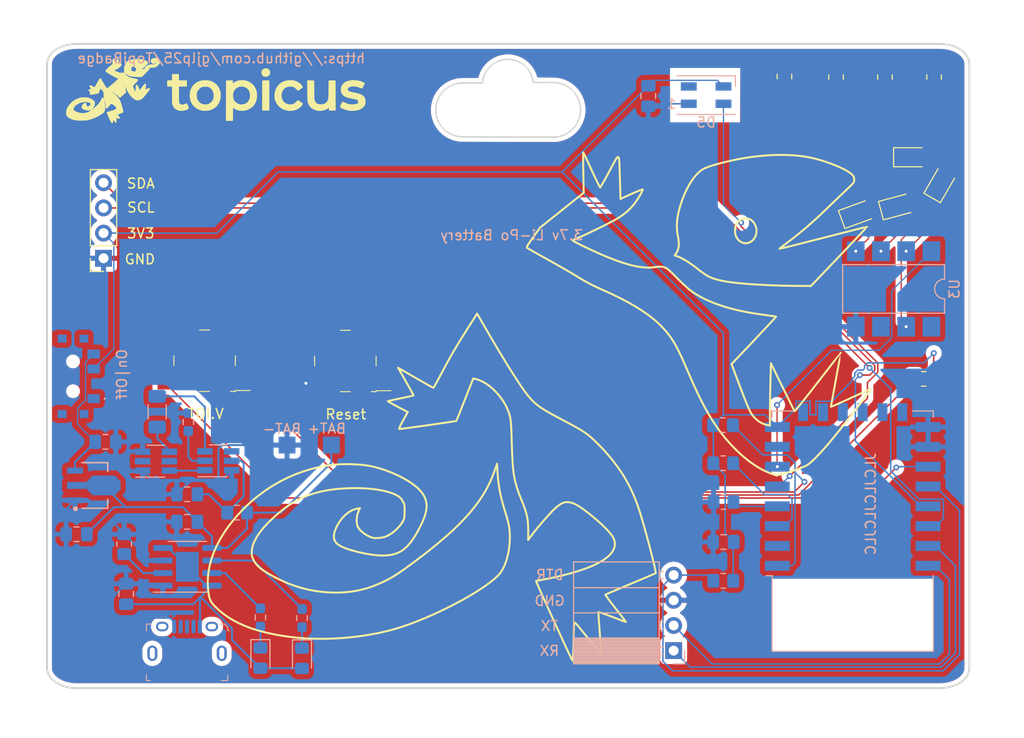
<source format=kicad_pcb>
(kicad_pcb (version 20221018) (generator pcbnew)
  (title_block (title "TopiBadge") (date "2024-07-09") (rev "v3") (comment 1 "Numerous circuitry fixes") (comment 2 "creativecommons.org/licenses/by/4.0") (comment 3 "License: CC BY 4.0") (comment 4 "Author: Robert Postma"))
  (layers (0 "F.Cu" signal "Front") (1 "In1.Cu" signal) (2 "In2.Cu" signal) (31 "B.Cu" signal "Back") (34 "B.Paste" user) (35 "F.Paste" user) (36 "B.SilkS" user "B.Silkscreen") (37 "F.SilkS" user "F.Silkscreen") (38 "B.Mask" user) (39 "F.Mask" user) (44 "Edge.Cuts" user))
  (net 0 "")
  (net 2 "+3.3V")
  (net 3 "Net-(J14-NO)")
  (net 8 "BAT-")
  (net 10 "BAT+")
  (net 14 "VIN")
  (net 15 "Net-(U2-~{RST})")
  (net 17 "/RX")
  (net 18 "/TX")
  (net 19 "/SCL")
  (net 20 "/SDA")
  (net 21 "Net-(D4-A)")
  (net 22 "/BTN")
  (net 24 "Net-(D1-A)")
  (net 25 "Net-(D2-A)")
  (net 26 "Net-(D3-A)")
  (net 27 "/OC")
  (net 28 "/G2")
  (net 29 "Net-(U2-EN)")
  (net 30 "/DTR")
  (net 31 "Net-(D2-K)")
  (net 32 "/NP")
  (net 33 "/LC")
  (net 34 "Net-(D1-K)")
  (net 35 "Net-(D3-K)")
  (net 36 "Net-(U5-VCC)")
  (net 37 "Net-(U4-PROG)")
  (net 38 "Net-(U2-GPIO16)")
  (net 39 "Net-(D4-K)")
  (net 40 "Net-(D9-K)")
  (net 41 "Net-(U4-~{STDBY})")
  (net 42 "Net-(U5-CS)")
  (net 43 "Net-(D8-K)")
  (net 44 "Net-(U4-~{CHRG})")
  (net 53 "/G1")
  (footprint "LED_SMD:LED_0805_2012Metric_Pad1.15x1.40mm_HandSolder" (layer "F.Cu") (at 187.8838 78.5114 20)
    (fp_text reference "D1" hide)
    (fp_text value "LED" hide)
  )
  (footprint "LED_SMD:LED_0805_2012Metric_Pad1.15x1.40mm_HandSolder" (layer "F.Cu") (at 191.89584 77.76972 15)
    (fp_text reference "D2" hide)
    (fp_text value "LED" hide)
  )
  (footprint "LED_SMD:LED_0805_2012Metric_Pad1.15x1.40mm_HandSolder" (layer "F.Cu") (at 196.1896 75.3618 60)
    (fp_text reference "D3" hide)
    (fp_text value "LED" hide)
  )
  (footprint "LED_SMD:LED_0805_2012Metric_Pad1.15x1.40mm_HandSolder" (layer "F.Cu") (at 193.23304 72.86498)
    (fp_text reference "D4" hide)
    (fp_text value "LED" hide)
  )
  (footprint "Resistor_SMD:R_0805_2012Metric_Pad1.20x1.40mm_HandSolder" (layer "F.Cu") (at 180.3654 64.7192 90)
    (fp_text reference "R1" hide)
    (fp_text value "330R" hide)
  )
  (footprint "Resistor_SMD:R_0805_2012Metric_Pad1.20x1.40mm_HandSolder" (layer "F.Cu") (at 185.5724 64.77 90)
    (fp_text reference "R3" hide)
    (fp_text value "330R" hide)
  )
  (footprint "Resistor_SMD:R_0805_2012Metric_Pad1.20x1.40mm_HandSolder" (layer "F.Cu") (at 195.453 64.77 90)
    (fp_text reference "R5" hide)
    (fp_text value "330R" hide)
  )
  (footprint "Resistor_SMD:R_0805_2012Metric_Pad1.20x1.40mm_HandSolder" (layer "F.Cu") (at 190.5 64.77 90)
    (fp_text reference "R7" hide)
    (fp_text value "330R" hide)
  )
  (footprint "Connector_PinSocket_2.54mm:PinSocket_1x04_P2.54mm_Vertical" (layer "F.Cu") (at 111.7092 83.058 180)
    (fp_text reference "J3" hide)
    (fp_text value "128x32 I2C OLED" hide)
  )
  (footprint "digikey-footprints:Switch_Tactile_SMD_6x6mm_PTS645" (layer "F.Cu") (at 121.9 93.3958 180)
    (fp_text reference "S1" hide)
    (fp_text value "PTS645SM43SMTR92_LFS" hide)
  )
  (footprint "Resistor_SMD:R_0805_2012Metric_Pad1.20x1.40mm_HandSolder" (layer "F.Cu") (at 194.4116 95.2246)
    (fp_text reference "R2" hide)
    (fp_text value "10k" hide)
  )
  (footprint "digikey-footprints:Switch_Tactile_SMD_6x6mm_PTS645" (layer "F.Cu") (at 136.0932 93.4212 180)
    (fp_text reference "S2" hide)
    (fp_text value "PTS645SM43SMTR92_LFS" hide)
  )
  (footprint "Resistor_SMD:R_0805_2012Metric_Pad1.20x1.40mm_HandSolder" (layer "B.Cu") (at 113.79 111.9 90)
    (fp_text reference "R17" hide)
    (fp_text value "10k" hide)
  )
  (footprint "Resistor_SMD:R_0805_2012Metric_Pad1.20x1.40mm_HandSolder" (layer "B.Cu") (at 174.2186 107.6452 180)
    (fp_text reference "R8" hide)
    (fp_text value "10k" hide)
  )
  (footprint "LED_SMD:LED_SK6812MINI_PLCC4_3.5x3.5mm_P1.75mm" (layer "B.Cu") (at 172.47 66.595)
    (fp_text reference "D5")
    (fp_text value "SK6812MINI")
  )
  (footprint "user-footprints:solderpad" (layer "B.Cu") (at 134.68 101.9 180)
    (fp_text reference "J12" hide)
    (fp_text value "Conn_01x01_Female")
  )
  (footprint "Capacitor_SMD:C_0805_2012Metric_Pad1.18x1.45mm_HandSolder" (layer "B.Cu") (at 108.98 110.9)
    (fp_text reference "C9" hide)
    (fp_text value "10uF" hide)
  )
  (footprint "Capacitor_SMD:C_0805_2012Metric_Pad1.18x1.45mm_HandSolder" (layer "B.Cu") (at 111.91 101.58 180)
    (fp_text reference "C10" hide)
    (fp_text value "10uF" hide)
  )
  (footprint "user-footprints:Holtek-HT7333-SOT89-Level_A" (layer "B.Cu") (at 110.830002 105.98)
    (fp_text reference "U7" hide)
    (fp_text value "HT7333-SOT89" hide)
  )
  (footprint "Capacitor_SMD:C_0805_2012Metric_Pad1.18x1.45mm_HandSolder" (layer "B.Cu") (at 113.99 116.9275 90)
    (fp_text reference "C6" hide)
    (fp_text value "0.1uF" hide)
  )
  (footprint "LED_SMD:LED_0805_2012Metric_Pad1.15x1.40mm_HandSolder" (layer "B.Cu") (at 127.53 123.395 -90)
    (fp_text reference "D8" hide)
    (fp_text value "RED" hide)
  )
  (footprint "user-footprints:solderpad" (layer "B.Cu") (at 130.215 101.905 180)
    (fp_text reference "J10" hide)
    (fp_text value "Conn_01x01_Female")
  )
  (footprint "Capacitor_SMD:C_0805_2012Metric_Pad1.18x1.45mm_HandSolder" (layer "B.Cu") (at 120.14 109.65 180)
    (fp_text reference "C7" hide)
    (fp_text value "10uF" hide)
  )
  (footprint "Package_SO:SOIC-8-1EP_3.9x4.9mm_P1.27mm_EP2.29x3mm" (layer "B.Cu") (at 120.165 114.185)
    (fp_text reference "U4" hide)
    (fp_text value "TP4056" hide)
  )
  (footprint "Resistor_SMD:R_0805_2012Metric_Pad1.20x1.40mm_HandSolder" (layer "B.Cu") (at 125.18 108.72 180)
    (fp_text reference "R20" hide)
    (fp_text value "100" hide)
  )
  (footprint "Package_DIP:SMDIP-8_W7.62mm" (layer "B.Cu") (at 191.37 86.15 90)
    (fp_text reference "U3")
    (fp_text value "ATTINY85-20PU")
  )
  (footprint "Resistor_SMD:R_0603_1608Metric_Pad0.98x0.95mm_HandSolder" (layer "B.Cu") (at 131.725 119.3625 90)
    (fp_text reference "R16" hide)
    (fp_text value "1k" hide)
  )
  (footprint "Resistor_SMD:R_1206_3216Metric_Pad1.30x1.75mm_HandSolder" (layer "B.Cu") (at 117.12 98.54 -90)
    (fp_text reference "R19" hide)
    (fp_text value "0R" hide)
  )
  (footprint "RF_Module:ESP-12E" (layer "B.Cu") (at 187.2488 110.5844)
    (fp_text reference "U2" hide)
    (fp_text value "ESP-12E" hide)
  )
  (footprint "Resistor_SMD:R_0603_1608Metric_Pad0.98x0.95mm_HandSolder" (layer "B.Cu") (at 120.26 99.58 -90)
    (fp_text reference "R18" hide)
    (fp_text value "1k" hide)
  )
  (footprint "Package_TO_SOT_SMD:SOT-23-6_Handsoldering" (layer "B.Cu") (at 117 103.53)
    (fp_text reference "U6" hide)
    (fp_text value "FS8205A" hide)
  )
  (footprint "Resistor_SMD:R_0805_2012Metric_Pad1.20x1.40mm_HandSolder" (layer "B.Cu") (at 174.2 115.6 180)
    (fp_text reference "R9" hide)
    (fp_text value "10k" hide)
  )
  (footprint "Capacitor_SMD:C_0805_2012Metric_Pad1.18x1.45mm_HandSolder" (layer "B.Cu") (at 120.14 106.87 180)
    (fp_text reference "C8" hide)
    (fp_text value "0.1uF" hide)
  )
  (footprint "digikey-footprints:USB_Micro_B_Female_10118194-0001LF" (layer "B.Cu") (at 120.13 120.215 180)
    (fp_text reference "J7" hide)
    (fp_text value "USB_B_Micro" hide)
  )
  (footprint "LED_SMD:LED_0805_2012Metric_Pad1.15x1.40mm_HandSolder" (layer "B.Cu") (at 131.72 123.42 -90)
    (fp_text reference "D9" hide)
    (fp_text value "GREEN" hide)
  )
  (footprint "Package_TO_SOT_SMD:SOT-23-6_Handsoldering" (layer "B.Cu") (at 123.28 103.49)
    (fp_text reference "U5" hide)
    (fp_text value "DW01" hide)
  )
  (footprint "Connector_PinSocket_2.54mm:PinSocket_1x04_P2.54mm_Horizontal" (layer "B.Cu") (at 169.1952 122.6458)
    (fp_text reference "J2" hide)
    (fp_text value "Prog headers" hide)
  )
  (footprint "Resistor_SMD:R_0805_2012Metric_Pad1.20x1.40mm_HandSolder" (layer "B.Cu") (at 174.1932 103.7336)
    (fp_text reference "R4" hide)
    (fp_text value "10k" hide)
  )
  (footprint "Resistor_SMD:R_0603_1608Metric_Pad0.98x0.95mm_HandSolder" (layer "B.Cu") (at 127.53 119.3 90)
    (fp_text reference "R15" hide)
    (fp_text value "1k" hide)
  )
  (footprint "Resistor_SMD:R_0805_2012Metric_Pad1.20x1.40mm_HandSolder" (layer "B.Cu") (at 174.1678 99.8982)
    (fp_text reference "R6" hide)
    (fp_text value "10k" hide)
  )
  (footprint "Capacitor_SMD:C_0805_2012Metric_Pad1.18x1.45mm_HandSolder" (layer "B.Cu") (at 174.2186 111.6838 180)
    (fp_text reference "C1" hide)
    (fp_text value "100nF" hide)
  )
  (footprint "Capacitor_SMD:C_0805_2012Metric_Pad1.18x1.45mm_HandSolder" (layer "B.Cu") (at 166.64 66.69 90)
    (fp_text reference "C3" hide)
    (fp_text value "100nF" hide)
  )
  (footprint "user-footprints:MK12C02" (layer "B.Cu") (at 108.63 94.97 90)
    (fp_text reference "J14" hide)
    (fp_text value "MK-12C02" hide)
  )
  (gr_curve (pts (xy 110.392413 66.182059) (xy 110.332873 66.1536) (xy 110.287487 66.12493) (xy 110.291556 66.118347)) (stroke (width 0.2)) (layer "F.SilkS"))
  (gr_line (start 124.649944 65.420474) (end 124.649944 65.638501) (stroke (width 0.2)) (layer "F.SilkS"))
  (gr_curve (pts (xy 127.884374 64.602273) (xy 127.704333 64.494355) (xy 127.668844 64.260334) (xy 127.808412 64.101372)) (stroke (width 0.2)) (layer "F.SilkS"))
  (gr_curve (pts (xy 126.804665 113.433072) (xy 127.104305 114.087614) (xy 127.655013 114.541672) (xy 129.015779 115.256203)) (stroke (width 0.2)) (layer "F.SilkS"))
  (gr_curve (pts (xy 113.627906 66.518252) (xy 113.393305 66.734993) (xy 113.349813 66.767984) (xy 113.349813 66.729183)) (stroke (width 0.2)) (layer "F.SilkS"))
  (gr_curve (pts (xy 149.918191 95.499039) (xy 149.631362 95.359613) (xy 149.302434 95.236324) (xy 149.187219 95.225061)) (stroke (width 0.2)) (layer "F.SilkS"))
  (gr_curve (pts (xy 124.405241 109.985659) (xy 126.961918 106.611369) (xy 130.607333 104.453572) (xy 134.657046 103.917397)) (stroke (width 0.2)) (layer "F.SilkS"))
  (gr_curve (pts (xy 121.737352 68.072177) (xy 121.350131 68.018779) (xy 120.974637 67.800836) (xy 120.765915 67.508339)) (stroke (width 0.2)) (layer "F.SilkS"))
  (gr_line (start 124.762048 67.725337) (end 124.667881 67.635111) (stroke (width 0.2)) (layer "F.SilkS"))
  (gr_curve (pts (xy 152.8771 101.800669) (xy 152.80941 99.266015) (xy 152.770404 98.986769) (xy 152.361039 98.107348)) (stroke (width 0.2)) (layer "F.SilkS"))
  (gr_line (start 180.368377 104.760676) (end 179.57023 104.974523) (stroke (width 0.2)) (layer "F.SilkS"))
  (gr_curve (pts (xy 150.257804 90.167489) (xy 151.909042 93.019112) (xy 153.388345 95.403809) (xy 154.166202 96.467992)) (stroke (width 0.2)) (layer "F.SilkS"))
  (gr_line (start 119.213509 65.633961) (end 119.218906 66.490439) (stroke (width 0.2)) (layer "F.SilkS"))
  (gr_line (start 121.737352 68.072177) (end 121.737352 68.072177) (stroke (width 0.2)) (layer "F.SilkS"))
  (gr_curve (pts (xy 132.930713 67.215678) (xy 133.061097 67.490895) (xy 133.281734 67.62343) (xy 133.611394 67.624562)) (stroke (width 0.2)) (layer "F.SilkS"))
  (gr_curve (pts (xy 177.092867 79.26751) (xy 176.884728 79.084732) (xy 176.774479 79.044215) (xy 176.4855 79.044215)) (stroke (width 0.2)) (layer "F.SilkS"))
  (gr_line (start 124.667881 69.095728) (end 124.407717 69.095728) (stroke (width 0.2)) (layer "F.SilkS"))
  (gr_curve (pts (xy 131.912861 121.398741) (xy 129.938946 121.272353) (xy 127.715752 120.83046) (xy 126.296985 120.282529)) (stroke (width 0.2)) (layer "F.SilkS"))
  (gr_curve (pts (xy 133.611394 67.624562) (xy 134.023911 67.625885) (xy 134.295562 67.451173) (xy 134.439665 67.09157)) (stroke (width 0.2)) (layer "F.SilkS"))
  (gr_curve (pts (xy 162.729519 74.246823) (xy 163.784869 72.26906) (xy 163.69376 72.194637) (xy 163.778021 75.103309)) (stroke (width 0.2)) (layer "F.SilkS"))
  (gr_curve (pts (xy 116.23763 63.947781) (xy 116.23763 63.956116) (xy 116.231571 63.965614) (xy 116.224189 63.968895)) (stroke (width 0.2)) (layer "F.SilkS"))
  (gr_curve (pts (xy 136.815764 65.191035) (xy 137.082173 65.179764) (xy 137.299169 65.200958) (xy 137.526938 65.260499)) (stroke (width 0.2)) (layer "F.SilkS"))
  (gr_curve (pts (xy 113.006301 68.582868) (xy 113.014662 68.588027) (xy 113.071862 68.657353) (xy 113.133399 68.7369)) (stroke (width 0.2)) (layer "F.SilkS"))
  (gr_curve (pts (xy 153.865764 107.476714) (xy 153.10016 105.619076) (xy 152.957143 104.798004) (xy 152.8771 101.800669)) (stroke (width 0.2)) (layer "F.SilkS"))
  (gr_curve (pts (xy 116.965647 63.653289) (xy 116.860674 63.722988) (xy 116.85893 63.72342) (xy 116.669922 63.726489)) (stroke (width 0.2)) (layer "F.SilkS"))
  (gr_curve (pts (xy 112.184121 65.940756) (xy 112.319675 65.852036) (xy 112.882468 65.385144) (xy 113.035495 65.234458)) (stroke (width 0.2)) (layer "F.SilkS"))
  (gr_curve (pts (xy 138.417812 111.08439) (xy 138.824145 111.284479) (xy 138.928577 111.305228) (xy 139.40722 111.280926)) (stroke (width 0.2)) (layer "F.SilkS"))
  (gr_curve (pts (xy 111.412816 65.0722) (xy 111.429564 65.10001) (xy 111.514238 65.243838) (xy 111.600956 65.391817)) (stroke (width 0.2)) (layer "F.SilkS"))
  (gr_curve (pts (xy 115.910555 65.534253) (xy 115.913994 65.537692) (xy 115.89169 65.671399) (xy 115.860987 65.831401)) (stroke (width 0.2)) (layer "F.SilkS"))
  (gr_poly (pts (xy 119.2149 65.17386) (xy 119.99468 65.21704) (xy 120.00738 65.22974) (xy 120.05056 65.61328) (xy 119.24284 65.62598) (xy 119.18696 66.95694) (xy 119.24284 67.48272) (xy 119.56796 67.65036) (xy 120.05056 67.52336) (xy 120.16486 67.9069) (xy 119.75338 68.06184) (xy 119.1006 68.00596) (xy 118.74754 67.62242) (xy 118.73484 65.66916) (xy 118.237 65.66916) (xy 118.19636 65.21704) (xy 118.70436 65.22974) (xy 118.7196 64.60744) (xy 119.19966 64.55156)) (stroke (width 0.1)) (fill solid) (layer "F.SilkS"))
  (gr_line (start 132.856013 65.212511) (end 132.864983 66.15419) (stroke (width 0.2)) (layer "F.SilkS"))
  (gr_curve (pts (xy 116.933762 63.055526) (xy 116.841102 63.064416) (xy 116.752941 63.114841) (xy 116.74317 63.164508)) (stroke (width 0.2)) (layer "F.SilkS"))
  (gr_curve (pts (xy 131.500777 67.731952) (xy 131.24933 67.983398) (xy 130.784791 68.127596) (xy 130.38074 68.07962)) (stroke (width 0.2)) (layer "F.SilkS"))
  (gr_curve (pts (xy 111.127407 66.354369) (xy 111.118014 66.36482) (xy 110.488906 66.459051) (xy 110.428608 66.459051)) (stroke (width 0.2)) (layer "F.SilkS"))
  (gr_curve (pts (xy 112.130125 68.381747) (xy 112.130125 68.372672) (xy 112.200399 68.351296) (xy 112.286288 68.334239)) (stroke (width 0.2)) (layer "F.SilkS"))
  (gr_curve (pts (xy 162.991963 119.236536) (xy 162.246243 118.943169) (xy 161.625074 118.734173) (xy 161.611592 118.772101)) (stroke (width 0.2)) (layer "F.SilkS"))
  (gr_curve (pts (xy 126.296985 120.282529) (xy 124.924253 119.752382) (xy 123.991337 119.183851) (xy 123.10294 118.336034)) (stroke (width 0.2)) (layer "F.SilkS"))
  (gr_curve (pts (xy 165.290232 77.48025) (xy 164.84562 78.06613) (xy 164.36054 78.506294) (xy 163.651527 78.967204)) (stroke (width 0.2)) (layer "F.SilkS"))
  (gr_curve (pts (xy 159.035235 81.266634) (xy 159.033735 81.358964) (xy 161.57902 82.568356) (xy 162.740676 83.027274)) (stroke (width 0.2)) (layer "F.SilkS"))
  (gr_curve (pts (xy 184.727386 101.856445) (xy 184.235639 102.4304) (xy 183.578633 103.137142) (xy 183.26737 103.426982)) (stroke (width 0.2)) (layer "F.SilkS"))
  (gr_curve (pts (xy 115.806414 65.65721) (xy 115.86026 65.586153) (xy 115.907123 65.530821) (xy 115.910555 65.534253)) (stroke (width 0.2)) (layer "F.SilkS"))
  (gr_line (start 112.441305 63.726399) (end 112.713069 63.505366) (stroke (width 0.2)) (layer "F.SilkS"))
  (gr_curve (pts (xy 112.708095 63.256231) (xy 112.705264 63.11474) (xy 112.709947 63.014675) (xy 112.718651 63.024636)) (stroke (width 0.2)) (layer "F.SilkS"))
  (gr_line (start 113.214431 65.058262) (end 113.286612 65.090472) (stroke (width 0.2)) (layer "F.SilkS"))
  (gr_curve (pts (xy 113.349823 66.729183) (xy 113.349823 66.693618) (xy 113.010852 66.375988) (xy 112.920486 66.326876)) (stroke (width 0.2)) (layer "F.SilkS"))
  (gr_line (start 178.895765 99.928103) (end 178.905165 98.372529) (stroke (width 0.2)) (layer "F.SilkS"))
  (gr_curve (pts (xy 154.526981 110.487063) (xy 154.526981 109.341469) (xy 154.404524 108.783939) (xy 153.865764 107.476714)) (stroke (width 0.2)) (layer "F.SilkS"))
  (gr_line (start 175.029138 93.738796) (end 175.15836 94.068598) (stroke (width 0.2)) (layer "F.SilkS"))
  (gr_curve (pts (xy 109.94479 67.739114) (xy 109.978683 67.773004) (xy 110.040047 67.810813) (xy 110.081159 67.82313)) (stroke (width 0.2)) (layer "F.SilkS"))
  (gr_line (start 119.21513 64.889587) (end 119.21513 65.203481) (stroke (width 0.2)) (layer "F.SilkS"))
  (gr_line (start 111.303334 65.150404) (end 111.382346 65.021635) (stroke (width 0.2)) (layer "F.SilkS"))
  (gr_curve (pts (xy 137.400176 108.626873) (xy 137.200276 109.074317) (xy 137.178317 109.830865) (xy 137.355726 110.160141)) (stroke (width 0.2)) (layer "F.SilkS"))
  (gr_curve (pts (xy 115.098267 64.664466) (xy 114.479113 64.64031) (xy 114.316992 64.605647) (xy 114.139039 64.459322)) (stroke (width 0.2)) (layer "F.SilkS"))
  (gr_line (start 134.5331 67.84744) (end 134.5331 67.639395) (stroke (width 0.2)) (layer "F.SilkS"))
  (gr_curve (pts (xy 124.704086 66.935659) (xy 124.840344 67.468424) (xy 125.384283 67.756121) (xy 125.935114 67.586772)) (stroke (width 0.2)) (layer "F.SilkS"))
  (gr_curve (pts (xy 159.170766 119.876796) (xy 159.143926 119.971966) (xy 159.115316 120.659971) (xy 159.106926 121.405694)) (stroke (width 0.2)) (layer "F.SilkS"))
  (gr_curve (pts (xy 158.870902 123.411785) (xy 158.567784 122.852634) (xy 155.293549 115.667597) (xy 155.326725 115.63442)) (stroke (width 0.2)) (layer "F.SilkS"))
  (gr_curve (pts (xy 113.188406 64.380206) (xy 113.338793 64.432405) (xy 113.381399 64.439462) (xy 113.551198 64.440295)) (stroke (width 0.2)) (layer "F.SilkS"))
  (gr_curve (pts (xy 170.723644 94.69157) (xy 169.524612 91.877231) (xy 169.040258 91.038214) (xy 167.980286 89.939426)) (stroke (width 0.2)) (layer "F.SilkS"))
  (gr_curve (pts (xy 129.589461 66.889624) (xy 129.706521 67.354867) (xy 130.056363 67.6296) (xy 130.533204 67.630746)) (stroke (width 0.2)) (layer "F.SilkS"))
  (gr_curve (pts (xy 130.38074 68.07962) (xy 129.782961 68.008642) (xy 129.346385 67.69156) (xy 129.149779 67.185581)) (stroke (width 0.2)) (layer "F.SilkS"))
  (gr_curve (pts (xy 119.419648 68.074558) (xy 119.056814 68.016797) (xy 118.825632 67.81702) (xy 118.739658 67.486945)) (stroke (width 0.2)) (layer "F.SilkS"))
  (gr_curve (pts (xy 110.723253 67.304334) (xy 110.766216 67.387416) (xy 110.755381 67.512702) (xy 110.693977 67.642888)) (stroke (width 0.2)) (layer "F.SilkS"))
  (gr_curve (pts (xy 156.083417 115.465778) (xy 157.991825 115.116739) (xy 159.724459 114.633522) (xy 160.953202 114.107597)) (stroke (width 0.2)) (layer "F.SilkS"))
  (gr_line (start 114.96842 66.983503) (end 114.968407 66.983384) (stroke (width 0.2)) (layer "F.SilkS"))
  (gr_curve (pts (xy 112.224293 64.316409) (xy 112.103445 64.249621) (xy 112.004567 64.191296) (xy 112.004567 64.186798)) (stroke (width 0.2)) (layer "F.SilkS"))
  (gr_line (start 137.285013 108.320131) (end 137.559294 108.270691) (stroke (width 0.2)) (layer "F.SilkS"))
  (gr_curve (pts (xy 113.883028 64.577929) (xy 114.052761 64.74418) (xy 114.149905 64.810879) (xy 114.323625 64.88044)) (stroke (width 0.2)) (layer "F.SilkS"))
  (gr_line (start 157.928401 78.201392) (end 160.127901 76.442441) (stroke (width 0.2)) (layer "F.SilkS"))
  (gr_curve (pts (xy 112.592612 69.077964) (xy 112.585547 69.19133) (xy 112.577478 69.299709) (xy 112.574673 69.318804)) (stroke (width 0.2)) (layer "F.SilkS"))
  (gr_curve (pts (xy 112.822286 63.243431) (xy 112.870742 63.354119) (xy 112.914425 63.444916) (xy 112.919357 63.445202)) (stroke (width 0.2)) (layer "F.SilkS"))
  (gr_line (start 134.75731 65.212511) (end 135.008424 65.212511) (stroke (width 0.2)) (layer "F.SilkS"))
  (gr_curve (pts (xy 180.172363 96.046271) (xy 180.813972 97.356951) (xy 181.359967 98.454231) (xy 181.385679 98.484664)) (stroke (width 0.2)) (layer "F.SilkS"))
  (gr_curve (pts (xy 122.362112 65.704679) (xy 122.22255 65.644722) (xy 122.214218 65.64342) (xy 121.968418 65.643224)) (stroke (width 0.2)) (layer "F.SilkS"))
  (gr_curve (pts (xy 144.964379 96.120755) (xy 144.996879 96.120755) (xy 145.30276 95.584822) (xy 145.644354 94.929796)) (stroke (width 0.2)) (layer "F.SilkS"))
  (gr_curve (pts (xy 117.118942 63.195555) (xy 117.08385 63.078434) (xy 117.040051 63.045313) (xy 116.933762 63.055526)) (stroke (width 0.2)) (layer "F.SilkS"))
  (gr_line (start 120.022285 65.633961) (end 119.617895 65.633961) (stroke (width 0.2)) (layer "F.SilkS"))
  (gr_line (start 118.470757 65.633961) (end 118.228612 65.633961) (stroke (width 0.2)) (layer "F.SilkS"))
  (gr_curve (pts (xy 185.551448 95.296194) (xy 185.277432 96.777561) (xy 185.052992 98.011981) (xy 185.052709 98.039349)) (stroke (width 0.2)) (layer "F.SilkS"))
  (gr_curve (pts (xy 112.928278 69.271653) (xy 112.925527 69.274669) (xy 112.851761 69.185965) (xy 112.764358 69.074504)) (stroke (width 0.2)) (layer "F.SilkS"))
  (gr_curve (pts (xy 143.596549 95.365761) (xy 144.316451 95.781006) (xy 144.931977 96.120755) (xy 144.964379 96.120755)) (stroke (width 0.2)) (layer "F.SilkS"))
  (gr_curve (pts (xy 120.640383 65.965883) (xy 120.782332 65.675022) (xy 120.974237 65.482783) (xy 121.268885 65.336291)) (stroke (width 0.2)) (layer "F.SilkS"))
  (gr_line (start 124.156684 65.212448) (end 124.403316 65.207447) (stroke (width 0.2)) (layer "F.SilkS"))
  (gr_curve (pts (xy 183.727285 95.5714) (xy 184.989459 93.938671) (xy 186.028337 92.6028) (xy 186.035911 92.6028)) (stroke (width 0.2)) (layer "F.SilkS"))
  (gr_curve (pts (xy 109.800087 67.500581) (xy 109.897615 67.445768) (xy 109.903761 67.450398) (xy 109.892868 67.570508)) (stroke (width 0.2)) (layer "F.SilkS"))
  (gr_curve (pts (xy 178.405904 88.780305) (xy 179.000099 88.856085) (xy 179.499514 88.931297) (xy 179.515713 88.947511)) (stroke (width 0.2)) (layer "F.SilkS"))
  (gr_curve (pts (xy 123.404219 66.97034) (xy 123.368101 67.151183) (xy 123.230629 67.435843) (xy 123.112106 67.575215)) (stroke (width 0.2)) (layer "F.SilkS"))
  (gr_curve (pts (xy 137.355726 110.160141) (xy 137.545119 110.511713) (xy 137.923521 110.841004) (xy 138.417812 111.08439)) (stroke (width 0.2)) (layer "F.SilkS"))
  (gr_curve (pts (xy 113.282847 68.408282) (xy 113.018755 68.518124) (xy 112.960772 68.554729) (xy 113.006301 68.582868)) (stroke (width 0.2)) (layer "F.SilkS"))
  (gr_curve (pts (xy 136.465924 66.311895) (xy 136.546386 66.346355) (xy 136.793526 66.404351) (xy 137.133915 66.46865)) (stroke (width 0.2)) (layer "F.SilkS"))
  (gr_curve (pts (xy 122.120688 67.62443) (xy 122.487088 67.576887) (xy 122.802591 67.28428) (xy 122.893645 66.907562)) (stroke (width 0.2)) (layer "F.SilkS"))
  (gr_line (start 136.613749 68.078752) (end 136.613749 68.078752) (stroke (width 0.2)) (layer "F.SilkS"))
  (gr_line (start 124.407717 69.095728) (end 124.147556 69.095728) (stroke (width 0.2)) (layer "F.SilkS"))
  (gr_curve (pts (xy 133.344823 68.073746) (xy 133.05348 68.036982) (xy 132.742645 67.877996) (xy 132.599664 67.692616)) (stroke (width 0.2)) (layer "F.SilkS"))
  (gr_line (start 131.507143 65.910744) (end 131.324163 66.030201) (stroke (width 0.2)) (layer "F.SilkS"))
  (gr_curve (pts (xy 111.746691 67.541912) (xy 111.788781 67.668293) (xy 111.792874 67.702858) (xy 111.784947 67.86496)) (stroke (width 0.2)) (layer "F.SilkS"))
  (gr_line (start 155.02795 80.938768) (end 155.728897 79.960346) (stroke (width 0.2)) (layer "F.SilkS"))
  (gr_curve (pts (xy 116.278857 65.975692) (xy 116.300446 65.974633) (xy 115.94204 66.44089) (xy 115.74646 66.668416)) (stroke (width 0.2)) (layer "F.SilkS"))
  (gr_curve (pts (xy 152.301771 108.942853) (xy 152.641891 109.995765) (xy 152.73639 110.80017) (xy 152.646615 111.877993)) (stroke (width 0.2)) (layer "F.SilkS"))
  (gr_poly (pts (xy 128.43256 64.16802) (xy 128.38938 64.43726) (xy 128.17856 64.63538) (xy 127.78232 64.56426) (xy 127.7239 64.32296) (xy 127.92202 64.05372) (xy 127.92202 64.02578) (xy 128.2192 63.99784)) (stroke (width 0.1)) (fill solid) (layer "F.SilkS"))
  (gr_curve (pts (xy 110.081159 67.82313) (xy 110.145133 67.842286) (xy 110.167477 67.841095) (xy 110.236197 67.814875)) (stroke (width 0.2)) (layer "F.SilkS"))
  (gr_curve (pts (xy 115.202376 65.953131) (xy 115.279145 66.113106) (xy 115.345031 66.243995) (xy 115.348786 66.243995)) (stroke (width 0.2)) (layer "F.SilkS"))
  (gr_line (start 128.326974 66.629033) (end 128.326974 68.055495) (stroke (width 0.2)) (layer "F.SilkS"))
  (gr_curve (pts (xy 136.456081 65.707272) (xy 136.162399 65.851176) (xy 136.16782 66.184226) (xy 136.465924 66.311895)) (stroke (width 0.2)) (layer "F.SilkS"))
  (gr_line (start 118.712903 65.203481) (end 118.712903 64.889587) (stroke (width 0.2)) (layer "F.SilkS"))
  (gr_curve (pts (xy 114.224311 66.18948) (xy 114.188706 66.12503) (xy 114.099788 65.934409) (xy 114.026718 65.76588)) (stroke (width 0.2)) (layer "F.SilkS"))
  (gr_line (start 134.439665 67.09157) (end 134.488258 66.970311) (stroke (width 0.2)) (layer "F.SilkS"))
  (gr_line (start 178.657579 99.884263) (end 178.895765 99.928103) (stroke (width 0.2)) (layer "F.SilkS"))
  (gr_curve (pts (xy 159.169662 107.825776) (xy 158.32891 107.474469) (xy 157.8523 107.644397) (xy 156.898283 108.635457)) (stroke (width 0.2)) (layer "F.SilkS"))
  (gr_line (start 111.382346 65.021635) (end 111.412816 65.0722) (stroke (width 0.2)) (layer "F.SilkS"))
  (gr_curve (pts (xy 137.941069 65.436584) (xy 137.941069 65.447538) (xy 137.748847 65.809417) (xy 137.732342 65.829528)) (stroke (width 0.2)) (layer "F.SilkS"))
  (gr_curve (pts (xy 108.145252 67.921465) (xy 108.23356 67.738524) (xy 108.341576 67.595953) (xy 108.523668 67.421981)) (stroke (width 0.2)) (layer "F.SilkS"))
  (gr_curve (pts (xy 135.783447 66.338068) (xy 135.750533 66.266315) (xy 135.744318 66.220132) (xy 135.74409 66.045714)) (stroke (width 0.2)) (layer "F.SilkS"))
  (gr_line (start 120.022285 65.203481) (end 120.022285 65.41872) (stroke (width 0.2)) (layer "F.SilkS"))
  (gr_curve (pts (xy 186.035911 92.6028) (xy 186.043511 92.6028) (xy 185.825467 93.814827) (xy 185.551448 95.296194)) (stroke (width 0.2)) (layer "F.SilkS"))
  (gr_curve (pts (xy 116.74317 63.164508) (xy 116.734623 63.207924) (xy 116.815324 63.220857) (xy 116.881438 63.18668)) (stroke (width 0.2)) (layer "F.SilkS"))
  (gr_curve (pts (xy 114.569532 65.660663) (xy 114.569532 65.697014) (xy 114.767591 66.212377) (xy 114.805426 66.27448)) (stroke (width 0.2)) (layer "F.SilkS"))
  (gr_curve (pts (xy 109.892868 67.570508) (xy 109.883502 67.673915) (xy 109.885222 67.679548) (xy 109.94479 67.739114)) (stroke (width 0.2)) (layer "F.SilkS"))
  (gr_curve (pts (xy 186.617968 76.149286) (xy 186.187835 76.552376) (xy 185.206065 77.494325) (xy 184.436262 78.242506)) (stroke (width 0.2)) (layer "F.SilkS"))
  (gr_curve (pts (xy 151.500012 115.0539) (xy 149.927611 116.671947) (xy 144.939066 119.29343) (xy 141.371581 120.376401)) (stroke (width 0.2)) (layer "F.SilkS"))
  (gr_curve (pts (xy 113.884816 64.22861) (xy 113.907518 64.183118) (xy 113.908444 64.154635) (xy 113.890769 64.047841)) (stroke (width 0.2)) (layer "F.SilkS"))
  (gr_line (start 128.066783 68.055495) (end 127.806592 68.055495) (stroke (width 0.2)) (layer "F.SilkS"))
  (gr_curve (pts (xy 129.015779 115.256203) (xy 130.962206 116.278263) (xy 132.988682 116.787082) (xy 135.116315 116.78797)) (stroke (width 0.2)) (layer "F.SilkS"))
  (gr_line (start 115.051336 65.832057) (end 115.062792 65.662263) (stroke (width 0.2)) (layer "F.SilkS"))
  (gr_curve (pts (xy 113.149579 68.843956) (xy 112.963955 68.771082) (xy 112.913652 68.754665) (xy 112.904386 68.76393)) (stroke (width 0.2)) (layer "F.SilkS"))
  (gr_curve (pts (xy 137.491645 67.402887) (xy 137.565578 67.250161) (xy 137.526501 67.105257) (xy 137.387854 67.018021)) (stroke (width 0.2)) (layer "F.SilkS"))
  (gr_line (start 112.713069 63.505366) (end 112.708095 63.256231) (stroke (width 0.2)) (layer "F.SilkS"))
  (gr_poly (pts (xy 128.34874 68.07708) (xy 127.76708 68.08978) (xy 127.76708 65.2018) (xy 128.36144 65.17386)) (stroke (width 0.1)) (fill solid) (layer "F.SilkS"))
  (gr_curve (pts (xy 181.385679 98.484664) (xy 181.411379 98.515274) (xy 182.465116 97.20413) (xy 183.727285 95.5714)) (stroke (width 0.2)) (layer "F.SilkS"))
  (gr_curve (pts (xy 112.993419 64.73879) (xy 112.868821 64.682074) (xy 112.694236 64.591155) (xy 112.605449 64.536754)) (stroke (width 0.2)) (layer "F.SilkS"))
  (gr_line (start 124.147556 69.095728) (end 124.152132 67.154099) (stroke (width 0.2)) (layer "F.SilkS"))
  (gr_curve (pts (xy 172.666163 84.870142) (xy 172.484783 84.778222) (xy 172.042352 84.467614) (xy 171.683013 84.179921)) (stroke (width 0.2)) (layer "F.SilkS"))
  (gr_line (start 151.388981 103.799906) (end 151.437211 104.632525) (stroke (width 0.2)) (layer "F.SilkS"))
  (gr_poly (pts (xy 111.74476 65.67424) (xy 112.24006 66.21018) (xy 112.8776 66.59372) (xy 113.32972 67.31508) (xy 113.6269 68.2498) (xy 113.64214 68.2498) (xy 113.03254 68.47586) (xy 113.04778 68.80352) (xy 112.5093 69.18452) (xy 112.15624 68.3768) (xy 113.04778 68.06692) (xy 113.01984 67.69862) (xy 112.45342 67.35826) (xy 112.014 67.82562) (xy 111.81588 66.2686) (xy 111.57458 65.95618) (xy 111.2774 65.87236) (xy 111.07928 66.35242) (xy 110.44174 66.43878) (xy 110.5408 66.0273) (xy 110.4138 65.70218) (xy 110.86592 65.88506) (xy 111.34852 64.99352)) (stroke (width 0.1)) (fill solid) (layer "F.SilkS"))
  (gr_curve (pts (xy 141.696697 97.183797) (xy 142.379416 97.040893) (xy 142.948704 96.913258) (xy 142.961785 96.900181)) (stroke (width 0.2)) (layer "F.SilkS"))
  (gr_curve (pts (xy 154.426986 82.009009) (xy 154.343986 81.932819) (xy 154.446266 81.750754) (xy 155.02795 80.938768)) (stroke (width 0.2)) (layer "F.SilkS"))
  (gr_curve (pts (xy 108.036257 68.485901) (xy 108.011439 68.311765) (xy 108.047846 68.123255) (xy 108.145252 67.921465)) (stroke (width 0.2)) (layer "F.SilkS"))
  (gr_curve (pts (xy 112.605449 64.536754) (xy 112.516661 64.482351) (xy 112.345142 64.383196) (xy 112.224293 64.316409)) (stroke (width 0.2)) (layer "F.SilkS"))
  (gr_curve (pts (xy 122.246269 116.37878) (xy 122.058804 114.32201) (xy 122.813977 112.085799) (xy 124.405241 109.985659)) (stroke (width 0.2)) (layer "F.SilkS"))
  (gr_curve (pts (xy 113.633787 65.123527) (xy 113.504758 65.007517) (xy 113.257783 64.859134) (xy 112.993419 64.73879)) (stroke (width 0.2)) (layer "F.SilkS"))
  (gr_curve (pts (xy 121.798013 67.623404) (xy 121.958734 67.644094) (xy 121.96882 67.644147) (xy 122.120683 67.624462)) (stroke (width 0.2)) (layer "F.SilkS"))
  (gr_curve (pts (xy 127.808412 64.101372) (xy 127.95261 63.93714) (xy 128.241212 63.953859) (xy 128.359976 64.133326)) (stroke (width 0.2)) (layer "F.SilkS"))
  (gr_curve (pts (xy 112.574673 69.318804) (xy 112.571869 69.337907) (xy 112.470697 69.138586) (xy 112.349849 68.875881)) (stroke (width 0.2)) (layer "F.SilkS"))
  (gr_curve (pts (xy 164.952418 76.556201) (xy 165.567136 76.277915) (xy 166.070085 76.081829) (xy 166.070085 76.120493)) (stroke (width 0.2)) (layer "F.SilkS"))
  (gr_curve (pts (xy 152.646615 111.877993) (xy 152.532284 113.250521) (xy 152.106558 114.429745) (xy 151.500012 115.0539)) (stroke (width 0.2)) (layer "F.SilkS"))
  (gr_line (start 132.864983 66.15419) (end 132.873952 67.095869) (stroke (width 0.2)) (layer "F.SilkS"))
  (gr_line (start 119.21513 64.575696) (end 119.21513 64.889587) (stroke (width 0.2)) (layer "F.SilkS"))
  (gr_curve (pts (xy 121.028763 66.383796) (xy 121.003098 66.506076) (xy 121.003151 66.753567) (xy 121.028906 66.875289)) (stroke (width 0.2)) (layer "F.SilkS"))
  (gr_curve (pts (xy 141.536956 100.28126) (xy 141.479736 100.26879) (xy 141.619956 99.948472) (xy 141.914379 99.418809)) (stroke (width 0.2)) (layer "F.SilkS"))
  (gr_line (start 119.419638 68.074558) (end 119.419638 68.074558) (stroke (width 0.2)) (layer "F.SilkS"))
  (gr_line (start 118.228612 65.41872) (end 118.228612 65.203481) (stroke (width 0.2)) (layer "F.SilkS"))
  (gr_curve (pts (xy 179.875404 82.100417) (xy 179.889014 82.114027) (xy 181.874918 81.615409) (xy 184.288615 80.992471)) (stroke (width 0.2)) (layer "F.SilkS"))
  (gr_line (start 124.649944 65.202446) (end 124.649944 65.420474) (stroke (width 0.2)) (layer "F.SilkS"))
  (gr_line (start 119.617895 65.633961) (end 119.213509 65.633961) (stroke (width 0.2)) (layer "F.SilkS"))
  (gr_curve (pts (xy 182.954782 72.891957) (xy 184.455043 73.194319) (xy 186.512947 74.011472) (xy 187.09229 74.534872)) (stroke (width 0.2)) (layer "F.SilkS"))
  (gr_curve (pts (xy 111.61514 68.324092) (xy 111.29892 68.602439) (xy 110.557174 68.944635) (xy 110.07637 69.033988)) (stroke (width 0.2)) (layer "F.SilkS"))
  (gr_line (start 158.995126 123.641028) (end 158.870902 123.411785) (stroke (width 0.2)) (layer "F.SilkS"))
  (gr_curve (pts (xy 131.696336 65.785678) (xy 131.692923 65.788748) (xy 131.607783 65.84504) (xy 131.507143 65.910744)) (stroke (width 0.2)) (layer "F.SilkS"))
  (gr_curve (pts (xy 129.67436 65.425181) (xy 129.947233 65.248659) (xy 130.238931 65.175885) (xy 130.61392 65.190779)) (stroke (width 0.2)) (layer "F.SilkS"))
  (gr_line (start 112.220396 66.020422) (end 112.140267 65.969458) (stroke (width 0.2)) (layer "F.SilkS"))
  (gr_curve (pts (xy 111.757158 66.201249) (xy 111.727212 66.137259) (xy 111.670046 66.049465) (xy 111.630121 66.006153)) (stroke (width 0.2)) (layer "F.SilkS"))
  (gr_line (start 137.559294 108.270691) (end 137.400176 108.626873) (stroke (width 0.2)) (layer "F.SilkS"))
  (gr_curve (pts (xy 125.582667 65.63785) (xy 125.398938 65.644888) (xy 125.360814 65.652297) (xy 125.233817 65.705793)) (stroke (width 0.2)) (layer "F.SilkS"))
  (gr_curve (pts (xy 125.930486 65.677525) (xy 125.801766 65.634265) (xy 125.770249 65.630672) (xy 125.582667 65.63785)) (stroke (width 0.2)) (layer "F.SilkS"))
  (gr_line (start 118.964017 64.575696) (end 119.21513 64.575696) (stroke (width 0.2)) (layer "F.SilkS"))
  (gr_line (start 185.877446 82.876584) (end 183.036624 85.852199) (stroke (width 0.2)) (layer "F.SilkS"))
  (gr_curve (pts (xy 130.533204 67.630746) (xy 130.826381 67.63154) (xy 131.022921 67.549275) (xy 131.212334 67.346792)) (stroke (width 0.2)) (layer "F.SilkS"))
  (gr_curve (pts (xy 120.065631 67.53684) (xy 120.069653 67.540888) (xy 120.106171 67.619787) (xy 120.146787 67.712145)) (stroke (width 0.2)) (layer "F.SilkS"))
  (gr_curve (pts (xy 113.367997 63.611538) (xy 113.259934 63.762448) (xy 113.129338 63.845554) (xy 112.650304 64.068251)) (stroke (width 0.2)) (layer "F.SilkS"))
  (gr_line (start 125.935114 67.586772) (end 125.935114 67.586772) (stroke (width 0.2)) (layer "F.SilkS"))
  (gr_curve (pts (xy 112.004567 64.186798) (xy 112.004567 64.1823) (xy 112.041688 64.1266) (xy 112.087054 64.063023)) (stroke (width 0.2)) (layer "F.SilkS"))
  (gr_curve (pts (xy 131.202219 65.906302) (xy 131.007596 65.708555) (xy 130.823261 65.634054) (xy 130.528626 65.634054)) (stroke (width 0.2)) (layer "F.SilkS"))
  (gr_curve (pts (xy 110.46189 66.360616) (xy 110.492864 66.306476) (xy 110.514261 66.255793) (xy 110.509438 66.24799)) (stroke (width 0.2)) (layer "F.SilkS"))
  (gr_curve (pts (xy 110.236197 67.814875) (xy 110.341512 67.774653) (xy 110.456402 67.658598) (xy 110.480873 67.567719)) (stroke (width 0.2)) (layer "F.SilkS"))
  (gr_curve (pts (xy 111.188841 67.62982) (xy 111.34653 67.470477) (xy 111.520729 67.21771) (xy 111.574204 67.070654)) (stroke (width 0.2)) (layer "F.SilkS"))
  (gr_curve (pts (xy 117.099696 62.974043) (xy 117.176311 63.038508) (xy 117.313852 63.229109) (xy 117.313852 63.270813)) (stroke (width 0.2)) (layer "F.SilkS"))
  (gr_curve (pts (xy 112.771185 66.539426) (xy 112.933512 66.663759) (xy 113.190589 66.98635) (xy 113.300746 67.203944)) (stroke (width 0.2)) (layer "F.SilkS"))
  (gr_curve (pts (xy 136.135036 66.680021) (xy 135.985679 66.607445) (xy 135.843642 66.469304) (xy 135.783447 66.338068)) (stroke (width 0.2)) (layer "F.SilkS"))
  (gr_curve (pts (xy 112.919357 63.445202) (xy 112.924278 63.445467) (xy 112.976755 63.354924) (xy 113.035945 63.243949)) (stroke (width 0.2)) (layer "F.SilkS"))
  (gr_curve (pts (xy 135.811249 65.702081) (xy 135.970952 65.378802) (xy 136.296855 65.212999) (xy 136.815764 65.191035)) (stroke (width 0.2)) (layer "F.SilkS"))
  (gr_line (start 112.569588 64.105777) (end 112.793798 64.213418) (stroke (width 0.2)) (layer "F.SilkS"))
  (gr_curve (pts (xy 167.381809 114.838481) (xy 167.365939 114.852841) (xy 166.23137 115.334094) (xy 164.860852 115.908061)) (stroke (width 0.2)) (layer "F.SilkS"))
  (gr_curve (pts (xy 145.644354 94.929796) (xy 146.56296 93.168234) (xy 147.357478 91.797883) (xy 148.424824 90.13415)) (stroke (width 0.2)) (layer "F.SilkS"))
  (gr_curve (pts (xy 113.18929 63.571311) (xy 113.19683 63.571311) (xy 113.256216 63.547419) (xy 113.321259 63.518251)) (stroke (width 0.2)) (layer "F.SilkS"))
  (gr_curve (pts (xy 125.935124 67.586772) (xy 126.14864 67.521129) (xy 126.347239 67.35228) (xy 126.459859 67.140647)) (stroke (width 0.2)) (layer "F.SilkS"))
  (gr_line (start 169.303683 82.765451) (end 169.486953 82.488525) (stroke (width 0.2)) (layer "F.SilkS"))
  (gr_line (start 128.071374 65.207545) (end 128.326974 65.202572) (stroke (width 0.2)) (layer "F.SilkS"))
  (gr_curve (pts (xy 110.291556 66.118347) (xy 110.295631 66.111759) (xy 110.355247 66.095752) (xy 110.424046 66.082774)) (stroke (width 0.2)) (layer "F.SilkS"))
  (gr_line (start 110.437625 65.760173) (end 110.400543 65.698048) (stroke (width 0.2)) (layer "F.SilkS"))
  (gr_curve (pts (xy 114.99553 66.413559) (xy 115.03572 66.42573) (xy 115.035897 66.424909) (xy 115.037895 66.213814)) (stroke (width 0.2)) (layer "F.SilkS"))
  (gr_line (start 127.884406 64.602273) (end 127.884406 64.602273) (stroke (width 0.2)) (layer "F.SilkS"))
  (gr_curve (pts (xy 110.428608 66.459051) (xy 110.413897 66.459051) (xy 110.425909 66.423494) (xy 110.46189 66.360616)) (stroke (width 0.2)) (layer "F.SilkS"))
  (gr_curve (pts (xy 116.080684 63.974605) (xy 116.167005 63.951506) (xy 116.23763 63.939449) (xy 116.23763 63.947781)) (stroke (width 0.2)) (layer "F.SilkS"))
  (gr_curve (pts (xy 112.920486 66.326876) (xy 112.868337 66.298534) (xy 112.707513 66.229454) (xy 112.563098 66.173365)) (stroke (width 0.2)) (layer "F.SilkS"))
  (gr_curve (pts (xy 112.087054 64.063023) (xy 112.145341 63.981341) (xy 112.24927 63.882585) (xy 112.441305 63.726399)) (stroke (width 0.2)) (layer "F.SilkS"))
  (gr_curve (pts (xy 110.449076 67.343416) (xy 110.387886 67.250029) (xy 110.032854 67.180623) (xy 109.729179 67.202682)) (stroke (width 0.2)) (layer "F.SilkS"))
  (gr_curve (pts (xy 162.740676 83.027274) (xy 164.773015 83.830159) (xy 166.124431 84.111417) (xy 167.226329 83.960837)) (stroke (width 0.2)) (layer "F.SilkS"))
  (gr_curve (pts (xy 111.166023 65.371367) (xy 111.198088 65.32066) (xy 111.259879 65.221228) (xy 111.303334 65.150404)) (stroke (width 0.2)) (layer "F.SilkS"))
  (gr_curve (pts (xy 183.26737 103.426982) (xy 182.764779 103.894978) (xy 182.61553 103.987146) (xy 181.933998 104.250394)) (stroke (width 0.2)) (layer "F.SilkS"))
  (gr_curve (pts (xy 112.91415 69.019719) (xy 112.92468 69.155254) (xy 112.93103 69.268626) (xy 112.928278 69.271653)) (stroke (width 0.2)) (layer "F.SilkS"))
  (gr_line (start 124.667881 67.635111) (end 124.667881 68.36542) (stroke (width 0.2)) (layer "F.SilkS"))
  (gr_curve (pts (xy 110.570776 66.045801) (xy 110.591652 66.032889) (xy 110.560457 65.965966) (xy 110.437625 65.760173)) (stroke (width 0.2)) (layer "F.SilkS"))
  (gr_curve (pts (xy 167.226329 83.960837) (xy 168.27609 83.817366) (xy 168.373942 83.861817) (xy 169.462336 84.976003)) (stroke (width 0.2)) (layer "F.SilkS"))
  (gr_line (start 135.008424 65.212511) (end 135.013027 66.633996) (stroke (width 0.2)) (layer "F.SilkS"))
  (gr_curve (pts (xy 123.112106 67.575215) (xy 122.92671 67.793224) (xy 122.647143 67.966468) (xy 122.366632 68.03717)) (stroke (width 0.2)) (layer "F.SilkS"))
  (gr_curve (pts (xy 113.595727 68.273882) (xy 113.584112 68.281052) (xy 113.443314 68.341541) (xy 113.282847 68.408282)) (stroke (width 0.2)) (layer "F.SilkS"))
  (gr_curve (pts (xy 116.784717 62.971661) (xy 116.970187 62.912625) (xy 117.027226 62.913056) (xy 117.099696 62.974043)) (stroke (width 0.2)) (layer "F.SilkS"))
  (gr_line (start 141.645787 94.514127) (end 141.419658 94.116786) (stroke (width 0.2)) (layer "F.SilkS"))
  (gr_curve (pts (xy 132.386582 67.262909) (xy 132.360652 67.165349) (xy 132.355538 67.015097) (xy 132.34954 66.176129)) (stroke (width 0.2)) (layer "F.SilkS"))
  (gr_line (start 134.497227 66.091412) (end 134.506197 65.212511) (stroke (width 0.2)) (layer "F.SilkS"))
  (gr_curve (pts (xy 115.024994 65.155115) (xy 114.977639 65.206481) (xy 114.855787 65.336257) (xy 114.754214 65.443508)) (stroke (width 0.2)) (layer "F.SilkS"))
  (gr_line (start 179.57023 104.974523) (end 179.090124 104.806829) (stroke (width 0.2)) (layer "F.SilkS"))
  (gr_curve (pts (xy 117.313852 63.270813) (xy 117.313852 63.357273) (xy 117.164654 63.521159) (xy 116.965647 63.653289)) (stroke (width 0.2)) (layer "F.SilkS"))
  (gr_curve (pts (xy 125.108375 67.967492) (xy 124.972191 67.905743) (xy 124.891324 67.849199) (xy 124.762048 67.725337)) (stroke (width 0.2)) (layer "F.SilkS"))
  (gr_curve (pts (xy 113.321259 63.518251) (xy 113.462179 63.455024) (xy 113.469547 63.469726) (xy 113.367997 63.611538)) (stroke (width 0.2)) (layer "F.SilkS"))
  (gr_curve (pts (xy 176.4855 79.044215) (xy 175.817975 79.044215) (xy 175.377547 79.539348) (xy 175.378242 80.288995)) (stroke (width 0.2)) (layer "F.SilkS"))
  (gr_curve (pts (xy 138.027752 67.266279) (xy 138.022275 67.430652) (xy 138.014788 67.468307) (xy 137.96898 67.562237)) (stroke (width 0.2)) (layer "F.SilkS"))
  (gr_line (start 119.21513 65.203481) (end 119.618707 65.203481) (stroke (width 0.2)) (layer "F.SilkS"))
  (gr_curve (pts (xy 135.74409 66.045714) (xy 135.743825 65.842188) (xy 135.744884 65.836193) (xy 135.811249 65.702081)) (stroke (width 0.2)) (layer "F.SilkS"))
  (gr_curve (pts (xy 139.40722 111.280926) (xy 139.80757 111.260516) (xy 140.049366 111.201406) (xy 140.367254 111.045764)) (stroke (width 0.2)) (layer "F.SilkS"))
  (gr_poly (pts (xy 114.91468 63.72352) (xy 114.9096 63.7286) (xy 114.62766 63.64986) (xy 114.68608 63.06312) (xy 115.26012 63.01486)) (stroke (width 0.1)) (fill solid) (layer "F.SilkS"))
  (gr_curve (pts (xy 115.348786 66.243995) (xy 115.355189 66.243995) (xy 115.586884 65.946921) (xy 115.806414 65.65721)) (stroke (width 0.2)) (layer "F.SilkS"))
  (gr_curve (pts (xy 176.000885 96.303935) (xy 176.393196 97.351975) (xy 176.825888 98.395378) (xy 176.962423 98.622604)) (stroke (width 0.2)) (layer "F.SilkS"))
  (gr_line (start 124.152132 67.154099) (end 124.156684 65.212448) (stroke (width 0.2)) (layer "F.SilkS"))
  (gr_curve (pts (xy 136.613752 68.078746) (xy 136.362625 68.058982) (xy 136.020016 67.96642) (xy 135.824537 67.865503)) (stroke (width 0.2)) (layer "F.SilkS"))
  (gr_line (start 113.245286 68.881532) (end 113.149579 68.843956) (stroke (width 0.2)) (layer "F.SilkS"))
  (gr_line (start 149.187219 95.225061) (end 148.977757 95.204651) (stroke (width 0.2)) (layer "F.SilkS"))
  (gr_curve (pts (xy 116.881438 63.18668) (xy 116.932765 63.160137) (xy 116.937181 63.160164) (xy 116.937181 63.186945)) (stroke (width 0.2)) (layer "F.SilkS"))
  (gr_line (start 178.932401 85.780669) (end 178.932431 85.780796) (stroke (width 0.2)) (layer "F.SilkS"))
  (gr_line (start 113.349813 66.729183) (end 113.349813 66.729183) (stroke (width 0.2)) (layer "F.SilkS"))
  (gr_line (start 128.326974 65.202572) (end 128.326974 66.629033) (stroke (width 0.2)) (layer "F.SilkS"))
  (gr_curve (pts (xy 160.9247 74.160748) (xy 161.363118 75.119444) (xy 161.749344 75.904327) (xy 161.782982 75.904936)) (stroke (width 0.2)) (layer "F.SilkS"))
  (gr_line (start 134.506197 65.212511) (end 134.75731 65.212511) (stroke (width 0.2)) (layer "F.SilkS"))
  (gr_line (start 113.857879 64.282609) (end 113.884816 64.22861) (stroke (width 0.2)) (layer "F.SilkS"))
  (gr_curve (pts (xy 131.696336 67.473827) (xy 131.709089 67.484463) (xy 131.586627 67.646102) (xy 131.500777 67.731952)) (stroke (width 0.2)) (layer "F.SilkS"))
  (gr_curve (pts (xy 122.650522 65.329486) (xy 122.935126 65.465001) (xy 123.145504 65.674881) (xy 123.28726 65.964714)) (stroke (width 0.2)) (layer "F.SilkS"))
  (gr_curve (pts (xy 159.639872 80.958754) (xy 159.307841 81.094892) (xy 159.03576 81.23345) (xy 159.035235 81.266634)) (stroke (width 0.2)) (layer "F.SilkS"))
  (gr_line (start 127.806592 68.055495) (end 127.811198 66.634004) (stroke (width 0.2)) (layer "F.SilkS"))
  (gr_curve (pts (xy 141.349359 98.031239) (xy 140.780937 97.731636) (xy 140.347259 97.476854) (xy 140.385628 97.465069)) (stroke (width 0.2)) (layer "F.SilkS"))
  (gr_line (start 113.133399 68.7369) (end 113.245286 68.881532) (stroke (width 0.2)) (layer "F.SilkS"))
  (gr_curve (pts (xy 141.847907 107.511807) (xy 141.671138 107.221615) (xy 141.534622 107.104064) (xy 141.151654 106.912442)) (stroke (width 0.2)) (layer "F.SilkS"))
  (gr_curve (pts (xy 111.784947 67.86496) (xy 111.773332 68.102456) (xy 111.728154 68.224614) (xy 111.61514 68.324092)) (stroke (width 0.2)) (layer "F.SilkS"))
  (gr_line (start 124.403316 65.207447) (end 124.649944 65.202446) (stroke (width 0.2)) (layer "F.SilkS"))
  (gr_curve (pts (xy 130.61392 65.190779) (xy 130.742166 65.195858) (xy 130.895527 65.213003) (xy 130.954717 65.228817)) (stroke (width 0.2)) (layer "F.SilkS"))
  (gr_line (start 130.38074 68.07962) (end 130.38074 68.07962) (stroke (width 0.2)) (layer "F.SilkS"))
  (gr_curve (pts (xy 137.879294 66.787341) (xy 137.998995 66.919792) (xy 138.035393 67.037214) (xy 138.027752 67.266279)) (stroke (width 0.2)) (layer "F.SilkS"))
  (gr_line (start 131.912969 121.398734) (end 131.912861 121.398741) (stroke (width 0.2)) (layer "F.SilkS"))
  (gr_curve (pts (xy 113.49558 65.257284) (xy 113.714954 65.473152) (xy 113.843853 65.779863) (xy 113.86533 66.137095)) (stroke (width 0.2)) (layer "F.SilkS"))
  (gr_line (start 113.551198 64.440295) (end 113.743592 64.441354) (stroke (width 0.2)) (layer "F.SilkS"))
  (gr_line (start 113.035495 65.234458) (end 113.214431 65.058262) (stroke (width 0.2)) (layer "F.SilkS"))
  (gr_curve (pts (xy 132.599664 67.692616) (xy 132.506689 67.572072) (xy 132.424901 67.407141) (xy 132.386582 67.262909)) (stroke (width 0.2)) (layer "F.SilkS"))
  (gr_curve (pts (xy 112.12042 67.723591) (xy 112.082352 67.772914) (xy 112.045656 67.820031) (xy 112.038877 67.828289)) (stroke (width 0.2)) (layer "F.SilkS"))
  (gr_curve (pts (xy 112.025887 67.727623) (xy 112.025094 67.595932) (xy 112.00517 67.511096) (xy 111.931034 67.324477)) (stroke (width 0.2)) (layer "F.SilkS"))
  (gr_curve (pts (xy 127.08934 66.64431) (xy 127.08934 67.064971) (xy 126.954405 67.417343) (xy 126.693362 67.678387)) (stroke (width 0.2)) (layer "F.SilkS"))
  (gr_line (start 115.098275 64.664453) (end 115.098275 64.664453) (stroke (width 0.2)) (layer "F.SilkS"))
  (gr_curve (pts (xy 109.457049 68.505734) (xy 109.729917 68.540728) (xy 110.058847 68.47537) (xy 110.29821 68.338594)) (stroke (width 0.2)) (layer "F.SilkS"))
  (gr_curve (pts (xy 135.743455 67.558734) (xy 135.799798 67.452141) (xy 135.848757 67.361969) (xy 135.852254 67.358352)) (stroke (width 0.2)) (layer "F.SilkS"))
  (gr_line (start 134.5331 67.639395) (end 134.396315 67.767136) (stroke (width 0.2)) (layer "F.SilkS"))
  (gr_curve (pts (xy 170.000061 77.342823) (xy 170.588095 75.65345) (xy 171.419346 74.436343) (xy 172.287658 73.993364)) (stroke (width 0.2)) (layer "F.SilkS"))
  (gr_line (start 112.764358 69.074504) (end 112.605444 68.871846) (stroke (width 0.2)) (layer "F.SilkS"))
  (gr_line (start 113.86533 66.137095) (end 113.874537 66.290392) (stroke (width 0.2)) (layer "F.SilkS"))
  (gr_line (start 112.140267 65.969458) (end 112.184121 65.940756) (stroke (width 0.2)) (layer "F.SilkS"))
  (gr_curve (pts (xy 161.747088 120.852826) (xy 161.835118 121.9593) (xy 161.894717 122.901737) (xy 161.879599 122.947137)) (stroke (width 0.2)) (layer "F.SilkS"))
  (gr_line (start 118.228612 65.203481) (end 118.470757 65.203481) (stroke (width 0.2)) (layer "F.SilkS"))
  (gr_line (start 132.599296 65.207537) (end 132.856013 65.212511) (stroke (width 0.2)) (layer "F.SilkS"))
  (gr_line (start 110.400543 65.698048) (end 110.462667 65.73491) (stroke (width 0.2)) (layer "F.SilkS"))
  (gr_curve (pts (xy 112.793798 64.213418) (xy 112.917113 64.272621) (xy 113.094685 64.347675) (xy 113.188406 64.380206)) (stroke (width 0.2)) (layer "F.SilkS"))
  (gr_curve (pts (xy 126.65885 112.569533) (xy 126.62748 112.958632) (xy 126.65125 113.097665) (xy 126.804665 113.433072)) (stroke (width 0.2)) (layer "F.SilkS"))
  (gr_curve (pts (xy 123.40442 66.288744) (xy 123.441293 66.472063) (xy 123.4412 66.785187) (xy 123.404219 66.97034)) (stroke (width 0.2)) (layer "F.SilkS"))
  (gr_line (start 148.977757 95.204651) (end 148.142743 97.324063) (stroke (width 0.2)) (layer "F.SilkS"))
  (gr_curve (pts (xy 135.259742 110.061601) (xy 135.73374 109.127113) (xy 136.509723 108.459868) (xy 137.285013 108.320131)) (stroke (width 0.2)) (layer "F.SilkS"))
  (gr_line (start 134.775352 68.055482) (end 134.5331 68.055482) (stroke (width 0.2)) (layer "F.SilkS"))
  (gr_curve (pts (xy 111.826635 66.679793) (xy 111.812083 66.32894) (xy 111.809887 66.313948) (xy 111.757158 66.201249)) (stroke (width 0.2)) (layer "F.SilkS"))
  (gr_curve (pts (xy 148.142743 97.324063) (xy 147.683488 98.489737) (xy 147.296729 99.454473) (xy 147.283282 99.467924)) (stroke (width 0.2)) (layer "F.SilkS"))
  (gr_curve (pts (xy 119.218906 66.490439) (xy 119.224886 67.437288) (xy 119.222848 67.420063) (xy 119.343266 67.537784)) (stroke (width 0.2)) (layer "F.SilkS"))
  (gr_curve (pts (xy 115.972636 63.833574) (xy 115.951655 63.840162) (xy 115.955941 63.830796) (xy 115.985866 63.804456)) (stroke (width 0.2)) (layer "F.SilkS"))
  (gr_curve (pts (xy 115.354077 64.051239) (xy 115.257798 64.125796) (xy 115.182545 64.19032) (xy 115.186847 64.194622)) (stroke (width 0.2)) (layer "F.SilkS"))
  (gr_line (start 133.344829 68.073727) (end 133.344829 68.073727) (stroke (width 0.2)) (layer "F.SilkS"))
  (gr_curve (pts (xy 141.371581 120.376401) (xy 138.568434 121.227339) (xy 135.096582 121.602597) (xy 131.912969 121.398734)) (stroke (width 0.2)) (layer "F.SilkS"))
  (gr_curve (pts (xy 112.349851 68.875881) (xy 112.229003 68.613179) (xy 112.130125 68.390817) (xy 112.130125 68.381747)) (stroke (width 0.2)) (layer "F.SilkS"))
  (gr_curve (pts (xy 116.005506 63.463689) (xy 115.997833 63.463689) (xy 115.887501 63.565387) (xy 115.760337 63.689683)) (stroke (width 0.2)) (layer "F.SilkS"))
  (gr_curve (pts (xy 159.106926 121.405694) (xy 159.098626 122.151414) (xy 159.069886 122.959435) (xy 159.043396 123.201291)) (stroke (width 0.2)) (layer "F.SilkS"))
  (gr_line (start 112.650304 64.068251) (end 112.569588 64.105777) (stroke (width 0.2)) (layer "F.SilkS"))
  (gr_line (start 135.013027 66.633996) (end 135.017605 68.055482) (stroke (width 0.2)) (layer "F.SilkS"))
  (gr_line (start 124.649944 65.638501) (end 124.782669 65.512425) (stroke (width 0.2)) (layer "F.SilkS"))
  (gr_curve (pts (xy 113.098707 67.919406) (xy 113.098707 67.832578) (xy 113.06456 67.774147) (xy 112.952461 67.669153)) (stroke (width 0.2)) (layer "F.SilkS"))
  (gr_poly (pts (xy 115.3414 63.82258) (xy 115.39982 64.1731) (xy 116.078 64.0461) (xy 115.53698 64.63284) (xy 114.95024 64.62776) (xy 114.90452 64.24676) (xy 114.96802 64.20104) (xy 115.02898 64.0588) (xy 115.05438 63.89624) (xy 114.9604 63.81496) (xy 115.00612 63.7413)) (stroke (width 0.1)) (fill solid) (layer "F.SilkS"))
  (gr_line (start 160.127901 76.442441) (end 160.084061 74.390331) (stroke (width 0.2)) (layer "F.SilkS"))
  (gr_curve (pts (xy 115.486787 64.680566) (xy 115.460752 64.678979) (xy 115.285926 64.671782) (xy 115.098275 64.664453)) (stroke (width 0.2)) (layer "F.SilkS"))
  (gr_curve (pts (xy 135.493996 112.031854) (xy 134.824778 111.606313) (xy 134.75858 111.049604) (xy 135.259742 110.061601)) (stroke (width 0.2)) (layer "F.SilkS"))
  (gr_curve (pts (xy 122.031195 65.191157) (xy 122.30999 65.201502) (xy 122.445083 65.231668) (xy 122.650522 65.329486)) (stroke (width 0.2)) (layer "F.SilkS"))
  (gr_curve (pts (xy 120.765915 67.508339) (xy 120.572838 67.237765) (xy 120.50058 66.998442) (xy 120.50058 66.629543)) (stroke (width 0.2)) (layer "F.SilkS"))
  (gr_curve (pts (xy 135.824537 67.865503) (xy 135.619839 67.759828) (xy 135.625615 67.78168) (xy 135.743455 67.558734)) (stroke (width 0.2)) (layer "F.SilkS"))
  (gr_line (start 122.120683 67.624462) (end 122.120683 67.624462) (stroke (width 0.2)) (layer "F.SilkS"))
  (gr_curve (pts (xy 141.851384 109.666795) (xy 142.048751 109.310499) (xy 142.067762 109.214579) (xy 142.067762 108.574504)) (stroke (width 0.2)) (layer "F.SilkS"))
  (gr_curve (pts (xy 108.909719 69.044166) (xy 108.574269 68.983183) (xy 108.327074 68.875995) (xy 108.160532 68.719308)) (stroke (width 0.2)) (layer "F.SilkS"))
  (gr_poly (pts (xy 115.951 63.20028) (xy 116.04244 63.373) (xy 115.4049 63.97244) (xy 114.93754 63.76924) (xy 114.91468 63.78702) (xy 115.27282 63.04026)) (stroke (width 0.1)) (fill solid) (layer "F.SilkS"))
  (gr_curve (pts (xy 112.481482 67.38131) (xy 112.421582 67.392555) (xy 112.251402 67.553876) (xy 112.12042 67.723591)) (stroke (width 0.2)) (layer "F.SilkS"))
  (gr_line (start 135.017605 68.055482) (end 134.775352 68.055482) (stroke (width 0.2)) (layer "F.SilkS"))
  (gr_curve (pts (xy 181.933998 104.250394) (xy 181.511907 104.413443) (xy 180.807377 104.643057) (xy 180.368377 104.760676)) (stroke (width 0.2)) (layer "F.SilkS"))
  (gr_curve (pts (xy 116.937181 63.186945) (xy 116.937181 63.23461) (xy 116.821142 63.338072) (xy 116.767683 63.338072)) (stroke (width 0.2)) (layer "F.SilkS"))
  (gr_line (start 112.349849 68.875881) (end 112.349849 68.875881) (stroke (width 0.2)) (layer "F.SilkS"))
  (gr_curve (pts (xy 125.233817 65.705793) (xy 124.978838 65.813174) (xy 124.761051 66.075061) (xy 124.695513 66.353099)) (stroke (width 0.2)) (layer "F.SilkS"))
  (gr_line (start 151.119689 104.559236) (end 151.388981 103.799906) (stroke (width 0.2)) (layer "F.SilkS"))
  (gr_curve (pts (xy 176.972602 81.389888) (xy 177.690176 80.952382) (xy 177.752821 79.846945) (xy 177.092867 79.26751)) (stroke (width 0.2)) (layer "F.SilkS"))
  (gr_curve (pts (xy 130.954717 65.228817) (xy 131.137129 65.277593) (xy 131.378455 65.407237) (xy 131.488575 65.51561)) (stroke (width 0.2)) (layer "F.SilkS"))
  (gr_curve (pts (xy 124.782669 65.512425) (xy 125.038147 65.269746) (xy 125.327029 65.172906) (xy 125.742769 65.190576)) (stroke (width 0.2)) (layer "F.SilkS"))
  (gr_curve (pts (xy 152.361039 98.107348) (xy 151.862248 97.035788) (xy 150.844852 95.94948) (xy 149.918191 95.499039)) (stroke (width 0.2)) (layer "F.SilkS"))
  (gr_line (start 113.874537 66.290392) (end 113.627906 66.518252) (stroke (width 0.2)) (layer "F.SilkS"))
  (gr_curve (pts (xy 136.990424 65.621647) (xy 136.744514 65.610058) (xy 136.610744 65.63149) (xy 136.456081 65.707272)) (stroke (width 0.2)) (layer "F.SilkS"))
  (gr_line (start 113.143567 63.042175) (end 113.159575 63.306743) (stroke (width 0.2)) (layer "F.SilkS"))
  (gr_line (start 141.419658 94.116786) (end 141.853646 94.363778) (stroke (width 0.2)) (layer "F.SilkS"))
  (gr_curve (pts (xy 116.669922 63.726489) (xy 116.507815 63.729135) (xy 116.110879 63.790079) (xy 115.972636 63.833574)) (stroke (width 0.2)) (layer "F.SilkS"))
  (gr_curve (pts (xy 137.526938 65.260499) (xy 137.664461 65.29645) (xy 137.941069 65.414063) (xy 137.941069 65.436584)) (stroke (width 0.2)) (layer "F.SilkS"))
  (gr_curve (pts (xy 142.067762 108.574504) (xy 142.067762 107.923927) (xy 142.051892 107.846511) (xy 141.847907 107.511807)) (stroke (width 0.2)) (layer "F.SilkS"))
  (gr_curve (pts (xy 164.374234 119.749108) (xy 164.359874 119.760448) (xy 163.737686 119.529896) (xy 162.991963 119.236536)) (stroke (width 0.2)) (layer "F.SilkS"))
  (gr_curve (pts (xy 125.742769 65.190576) (xy 126.148214 65.207799) (xy 126.418248 65.320292) (xy 126.676794 65.57965)) (stroke (width 0.2)) (layer "F.SilkS"))
  (gr_curve (pts (xy 175.48789 102.386987) (xy 173.601619 100.514476) (xy 172.327982 98.457245) (xy 170.723644 94.69157)) (stroke (width 0.2)) (layer "F.SilkS"))
  (gr_line (start 131.324163 66.030201) (end 131.202219 65.906302) (stroke (width 0.2)) (layer "F.SilkS"))
  (gr_curve (pts (xy 126.693362 67.678387) (xy 126.296079 68.075669) (xy 125.619238 68.199127) (xy 125.108375 67.967492)) (stroke (width 0.2)) (layer "F.SilkS"))
  (gr_curve (pts (xy 112.563098 66.173365) (xy 112.418683 66.117276) (xy 112.264465 66.048452) (xy 112.220396 66.020422)) (stroke (width 0.2)) (layer "F.SilkS"))
  (gr_curve (pts (xy 179.515713 88.947511) (xy 179.531963 88.963761) (xy 178.52906 90.048378) (xy 177.287153 91.357883)) (stroke (width 0.2)) (layer "F.SilkS"))
  (gr_curve (pts (xy 164.860852 115.908061) (xy 163.490335 116.482031) (xy 162.347122 116.972638) (xy 162.320382 116.9983)) (stroke (width 0.2)) (layer "F.SilkS"))
  (gr_curve (pts (xy 135.946772 67.406019) (xy 136.08681 67.492186) (xy 136.364766 67.587648) (xy 136.565225 67.618419)) (stroke (width 0.2)) (layer "F.SilkS"))
  (gr_curve (pts (xy 112.952461 67.669153) (xy 112.72108 67.452438) (xy 112.575761 67.363622) (xy 112.481482 67.38131)) (stroke (width 0.2)) (layer "F.SilkS"))
  (gr_curve (pts (xy 184.288615 80.992471) (xy 186.70231 80.369533) (xy 188.68641 79.869105) (xy 188.69771 79.880409)) (stroke (width 0.2)) (layer "F.SilkS"))
  (gr_curve (pts (xy 112.448152 66.349564) (xy 112.583992 66.421951) (xy 112.729357 66.507391) (xy 112.771185 66.539426)) (stroke (width 0.2)) (layer "F.SilkS"))
  (gr_curve (pts (xy 121.574725 65.704478) (xy 121.306734 65.819987) (xy 121.090712 66.088772) (xy 121.028763 66.383796)) (stroke (width 0.2)) (layer "F.SilkS"))
  (gr_curve (pts (xy 120.085332 67.975352) (xy 119.900206 68.065927) (xy 119.623986 68.107091) (xy 119.419638 68.074558)) (stroke (width 0.2)) (layer "F.SilkS"))
  (gr_line (start 134.5331 68.055482) (end 134.5331 67.84744) (stroke (width 0.2)) (layer "F.SilkS"))
  (gr_curve (pts (xy 180.34334 81.7143) (xy 180.072423 81.913103) (xy 179.861836 82.086848) (xy 179.875404 82.100417)) (stroke (width 0.2)) (layer "F.SilkS"))
  (gr_curve (pts (xy 115.760337 63.689683) (xy 115.633173 63.813979) (xy 115.450357 63.976679) (xy 115.354077 64.051239)) (stroke (width 0.2)) (layer "F.SilkS"))
  (gr_curve (pts (xy 167.980286 89.939426) (xy 166.783207 88.698516) (xy 164.840643 87.486535) (xy 162.149094 86.301298)) (stroke (width 0.2)) (layer "F.SilkS"))
  (gr_line (start 128.326974 68.055495) (end 128.066783 68.055495) (stroke (width 0.2)) (layer "F.SilkS"))
  (gr_curve (pts (xy 109.426379 66.941892) (xy 109.666954 66.892222) (xy 109.993008 66.900596) (xy 110.18399 66.961366)) (stroke (width 0.2)) (layer "F.SilkS"))
  (gr_curve (pts (xy 113.933222 63.634088) (xy 114.022836 63.369341) (xy 114.144812 63.215755) (xy 114.303062 63.168414)) (stroke (width 0.2)) (layer "F.SilkS"))
  (gr_curve (pts (xy 122.893388 66.351522) (xy 122.823041 66.063573) (xy 122.618862 65.814978) (xy 122.362112 65.704679)) (stroke (width 0.2)) (layer "F.SilkS"))
  (gr_line (start 132.34954 66.176129) (end 132.342581 65.202563) (stroke (width 0.2)) (layer "F.SilkS"))
  (gr_curve (pts (xy 129.149779 67.185581) (xy 128.895816 66.531992) (xy 129.118476 65.784779) (xy 129.67436 65.425181)) (stroke (width 0.2)) (layer "F.SilkS"))
  (gr_line (start 132.873952 67.095869) (end 132.930713 67.215678) (stroke (width 0.2)) (layer "F.SilkS"))
  (gr_curve (pts (xy 110.509438 66.24799) (xy 110.504622 66.240185) (xy 110.451952 66.210515) (xy 110.392413 66.182059)) (stroke (width 0.2)) (layer "F.SilkS"))
  (gr_curve (pts (xy 137.387854 67.018021) (xy 137.27833 66.949107) (xy 137.24028 66.938379) (xy 136.837963 66.862978)) (stroke (width 0.2)) (layer "F.SilkS"))
  (gr_line (start 179.005805 93.663215) (end 180.172363 96.046271) (stroke (width 0.2)) (layer "F.SilkS"))
  (gr_line (start 118.228612 65.633961) (end 118.228612 65.41872) (stroke (width 0.2)) (layer "F.SilkS"))
  (gr_poly (pts (xy 110.51286 67.08902) (xy 110.76686 67.3862) (xy 110.59668 67.81038) (xy 110.1725 68.07962) (xy 109.64926 67.92468) (xy 109.72038 67.5132) (xy 109.87532 67.61226) (xy 110.07344 67.83832) (xy 110.38586 67.79768) (xy 110.46968 67.57162) (xy 110.4138 67.33032) (xy 110.24362 67.20332) (xy 109.89056 67.18808) (xy 109.22508 67.35826) (xy 108.65866 67.68338) (xy 108.5596 68.10756) (xy 108.88472 68.3641) (xy 109.36478 68.5038) (xy 109.90326 68.54698) (xy 110.4138 68.2498) (xy 111.00816 67.85356) (xy 111.30534 67.47256) (xy 111.61776 67.11696) (xy 111.63046 67.1449) (xy 111.67364 67.33032) (xy 111.7727 67.92468) (xy 111.6584 68.22186) (xy 111.30534 68.51904) (xy 110.56874 68.90258) (xy 109.0549 69.08546) (xy 108.29036 68.81622) (xy 108.03382 68.34886) (xy 108.1913 67.85356) (xy 108.60024 67.3735) (xy 109.4232 66.94678)) (stroke (width 0.1)) (fill solid) (layer "F.SilkS"))
  (gr_line (start 120.022285 65.41872) (end 120.022285 65.633961) (stroke (width 0.2)) (layer "F.SilkS"))
  (gr_curve (pts (xy 111.600956 65.391817) (xy 111.842788 65.804482) (xy 112.012198 66.052643) (xy 112.111205 66.139249)) (stroke (width 0.2)) (layer "F.SilkS"))
  (gr_curve (pts (xy 161.782982 75.904936) (xy 161.816622 75.905544) (xy 162.242561 75.159394) (xy 162.729519 74.246823)) (stroke (width 0.2)) (layer "F.SilkS"))
  (gr_line (start 154.526981 111.47804) (end 154.526981 110.487063) (stroke (width 0.2)) (layer "F.SilkS"))
  (gr_line (start 159.043396 123.201291) (end 158.995126 123.641028) (stroke (width 0.2)) (layer "F.SilkS"))
  (gr_line (start 154.825148 111.073381) (end 154.526981 111.47804) (stroke (width 0.2)) (layer "F.SilkS"))
  (gr_curve (pts (xy 172.287658 73.993364) (xy 172.450291 73.910404) (xy 172.926743 73.743273) (xy 173.346425 73.622025)) (stroke (width 0.2)) (layer "F.SilkS"))
  (gr_curve (pts (xy 143.559963 106.413979) (xy 144.483442 107.390424) (xy 144.521872 108.367027) (xy 143.70128 110.00549)) (stroke (width 0.2)) (layer "F.SilkS"))
  (gr_curve (pts (xy 173.346425 73.622025) (xy 176.761432 72.635255) (xy 180.334163 72.36379) (xy 182.954782 72.891957)) (stroke (width 0.2)) (layer "F.SilkS"))
  (gr_curve (pts (xy 111.64462 67.009062) (xy 111.646207 67.150297) (xy 111.686654 67.361641) (xy 111.746691 67.541912)) (stroke (width 0.2)) (layer "F.SilkS"))
  (gr_curve (pts (xy 111.574204 67.070654) (xy 111.639072 66.892264) (xy 111.643297 66.888568) (xy 111.64462 67.009062)) (stroke (width 0.2)) (layer "F.SilkS"))
  (gr_curve (pts (xy 137.96898 67.562237) (xy 137.790212 67.928762) (xy 137.26272 68.129803) (xy 136.613749 68.078752)) (stroke (width 0.2)) (layer "F.SilkS"))
  (gr_curve (pts (xy 136.565225 67.618419) (xy 136.762699 67.648735) (xy 137.082395 67.642522) (xy 137.214634 67.605825)) (stroke (width 0.2)) (layer "F.SilkS"))
  (gr_curve (pts (xy 141.853646 94.363778) (xy 142.092323 94.499614) (xy 142.876643 94.950515) (xy 143.596549 95.365761)) (stroke (width 0.2)) (layer "F.SilkS"))
  (gr_curve (pts (xy 156.898283 108.635457) (xy 156.24455 109.314585) (xy 155.319983 110.401834) (xy 154.825148 111.073381)) (stroke (width 0.2)) (layer "F.SilkS"))
  (gr_curve (pts (xy 128.358388 64.500491) (xy 128.260479 64.648438) (xy 128.040306 64.695719) (xy 127.884406 64.602273)) (stroke (width 0.2)) (layer "F.SilkS"))
  (gr_curve (pts (xy 184.436262 78.242506) (xy 183.174528 79.468796) (xy 181.706185 80.714309) (xy 180.34334 81.7143)) (stroke (width 0.2)) (layer "F.SilkS"))
  (gr_curve (pts (xy 126.676794 65.57965) (xy 126.974643 65.878439) (xy 127.08934 66.174431) (xy 127.08934 66.64431)) (stroke (width 0.2)) (layer "F.SilkS"))
  (gr_poly (pts (xy 113.34496 63.6778) (xy 113.32972 63.66256) (xy 112.58042 64.14516) (xy 113.06048 64.35598) (xy 113.76914 64.49822) (xy 114.29238 64.87922) (xy 115.00104 65.0494) (xy 115.00104 65.19164) (xy 114.57686 65.60312) (xy 114.63274 65.92824) (xy 115.01628 66.36766) (xy 115.07216 65.82918) (xy 115.41252 66.22542) (xy 115.80876 65.61582) (xy 115.79352 66.1416) (xy 116.14912 66.09842) (xy 115.8367 66.6369) (xy 115.14328 67.03314) (xy 114.75974 66.8909) (xy 114.13744 65.92824) (xy 113.7539 65.20688) (xy 113.10366 64.83858) (xy 112.014 64.12992) (xy 112.66424 63.50762) (xy 113.07572 63.3222)) (stroke (width 0.1)) (fill solid) (layer "F.SilkS"))
  (gr_curve (pts (xy 185.052709 98.039349) (xy 185.052418 98.066559) (xy 185.931869 97.679197) (xy 187.00701 97.178195)) (stroke (width 0.2)) (layer "F.SilkS"))
  (gr_curve (pts (xy 111.234775 66.093646) (xy 111.181607 66.230493) (xy 111.133294 66.34782) (xy 111.127407 66.354369)) (stroke (width 0.2)) (layer "F.SilkS"))
  (gr_curve (pts (xy 122.893645 66.907562) (xy 122.924418 66.780242) (xy 122.924278 66.477964) (xy 122.893388 66.351522)) (stroke (width 0.2)) (layer "F.SilkS"))
  (gr_curve (pts (xy 141.151654 106.912442) (xy 140.207675 106.44011) (xy 138.368065 106.185726) (xy 136.42447 106.258765)) (stroke (width 0.2)) (layer "F.SilkS"))
  (gr_curve (pts (xy 160.083914 72.377941) (xy 160.108104 72.399861) (xy 160.486283 73.202052) (xy 160.9247 74.160748)) (stroke (width 0.2)) (layer "F.SilkS"))
  (gr_curve (pts (xy 110.834328 65.938885) (xy 110.844991 65.938885) (xy 110.910874 65.831938) (xy 110.980722 65.701223)) (stroke (width 0.2)) (layer "F.SilkS"))
  (gr_line (start 149.378085 88.648247) (end 150.257804 90.167489) (stroke (width 0.2)) (layer "F.SilkS"))
  (gr_curve (pts (xy 114.805426 66.27448) (xy 114.840632 66.332265) (xy 114.920825 66.390934) (xy 114.99553 66.413559)) (stroke (width 0.2)) (layer "F.SilkS"))
  (gr_curve (pts (xy 111.630121 66.006153) (xy 111.553087 65.922579) (xy 111.389731 65.822461) (xy 111.35325 65.83646)) (stroke (width 0.2)) (layer "F.SilkS"))
  (gr_curve (pts (xy 108.523668 67.421981) (xy 108.782187 67.174993) (xy 109.089834 67.011377) (xy 109.426379 66.941892)) (stroke (width 0.2)) (layer "F.SilkS"))
  (gr_curve (pts (xy 114.323625 64.88044) (xy 114.491919 64.947827) (xy 114.60928 64.978305) (xy 114.841717 65.014981)) (stroke (width 0.2)) (layer "F.SilkS"))
  (gr_curve (pts (xy 114.754214 65.443508) (xy 114.65264 65.550757) (xy 114.569532 65.648479) (xy 114.569532 65.660663)) (stroke (width 0.2)) (layer "F.SilkS"))
  (gr_curve (pts (xy 178.932431 85.780796) (xy 175.268152 85.612381) (xy 173.673418 85.38062) (xy 172.666163 84.870142)) (stroke (width 0.2)) (layer "F.SilkS"))
  (gr_curve (pts (xy 162.149094 86.301298) (xy 160.961536 85.778355) (xy 160.350893 85.45434) (xy 159.180865 84.726323)) (stroke (width 0.2)) (layer "F.SilkS"))
  (gr_line (start 163.778021 75.103309) (end 163.834751 77.062208) (stroke (width 0.2)) (layer "F.SilkS"))
  (gr_curve (pts (xy 116.610849 63.589625) (xy 116.920906 63.589096) (xy 116.990605 63.554364) (xy 117.101109 63.346063)) (stroke (width 0.2)) (layer "F.SilkS"))
  (gr_curve (pts (xy 110.07637 69.033988) (xy 109.824048 69.080877) (xy 109.1442 69.086831) (xy 108.909719 69.044201)) (stroke (width 0.2)) (layer "F.SilkS"))
  (gr_curve (pts (xy 108.930891 67.499573) (xy 108.635954 67.737188) (xy 108.516664 67.971611) (xy 108.610043 68.130099)) (stroke (width 0.2)) (layer "F.SilkS"))
  (gr_curve (pts (xy 134.396315 67.767136) (xy 134.1282 68.017524) (xy 133.757042 68.125747) (xy 133.344829 68.073727)) (stroke (width 0.2)) (layer "F.SilkS"))
  (gr_line (start 127.811198 66.634004) (end 127.815775 65.212519) (stroke (width 0.2)) (layer "F.SilkS"))
  (gr_line (start 118.712903 65.633961) (end 118.470757 65.633961) (stroke (width 0.2)) (layer "F.SilkS"))
  (gr_curve (pts (xy 155.326725 115.63442) (xy 155.347135 115.61401) (xy 155.687595 115.53819) (xy 156.083417 115.465778)) (stroke (width 0.2)) (layer "F.SilkS"))
  (gr_curve (pts (xy 179.090124 104.806829) (xy 177.913194 104.395575) (xy 176.669926 103.560398) (xy 175.48789 102.386987)) (stroke (width 0.2)) (layer "F.SilkS"))
  (gr_curve (pts (xy 123.10294 118.336034) (xy 122.454642 117.717348) (xy 122.345557 117.468124) (xy 122.246269 116.37878)) (stroke (width 0.2)) (layer "F.SilkS"))
  (gr_curve (pts (xy 140.367254 111.045764) (xy 140.915002 110.777606) (xy 141.576582 110.162892) (xy 141.851384 109.666795)) (stroke (width 0.2)) (layer "F.SilkS"))
  (gr_poly (pts (xy 122.7836 65.42786) (xy 123.32208 66.02222) (xy 123.42114 66.77406) (xy 123.13666 67.49542) (xy 122.35942 68.06184) (xy 121.39676 67.99072) (xy 120.83034 67.60972) (xy 120.48998 66.70294) (xy 120.67286 65.79616) (xy 121.0691 65.48628) (xy 121.36628 65.78346) (xy 121.35358 65.78346) (xy 121.2977 65.9384) (xy 121.0564 66.1924) (xy 120.99798 66.73088) (xy 121.22658 67.35318) (xy 121.8057 67.65036) (xy 122.428 67.5513) (xy 122.85472 67.09918) (xy 122.88266 66.50482) (xy 122.68454 65.96634) (xy 122.31624 65.6971) (xy 121.59488 65.66916) (xy 121.46534 65.28562) (xy 122.01906 65.21704)) (stroke (width 0.1)) (fill solid) (layer "F.SilkS"))
  (gr_curve (pts (xy 187.39869 75.113434) (xy 187.39969 75.404345) (xy 187.36889 75.445504) (xy 186.617968 76.149286)) (stroke (width 0.2)) (layer "F.SilkS"))
  (gr_curve (pts (xy 121.968418 65.643224) (xy 121.721958 65.643026) (xy 121.714661 65.644282) (xy 121.574725 65.704478)) (stroke (width 0.2)) (layer "F.SilkS"))
  (gr_curve (pts (xy 110.296916 68.039506) (xy 110.21062 68.056836) (xy 110.168104 68.054138) (xy 110.00171 68.0208)) (stroke (width 0.2)) (layer "F.SilkS"))
  (gr_line (start 177.287153 91.357883) (end 175.029138 93.738796) (stroke (width 0.2)) (layer "F.SilkS"))
  (gr_curve (pts (xy 110.00171 68.0208) (xy 109.668179 67.95395) (xy 109.576144 67.891654) (xy 109.609029 67.754999)) (stroke (width 0.2)) (layer "F.SilkS"))
  (gr_curve (pts (xy 175.378242 80.288995) (xy 175.379127 81.240083) (xy 176.241566 81.835589) (xy 176.972587 81.389877)) (stroke (width 0.2)) (layer "F.SilkS"))
  (gr_curve (pts (xy 175.15836 94.068598) (xy 175.22945 94.249977) (xy 175.608574 95.255891) (xy 176.000885 96.303935)) (stroke (width 0.2)) (layer "F.SilkS"))
  (gr_curve (pts (xy 131.488575 65.51561) (xy 131.58243 65.607979) (xy 131.70979 65.773531) (xy 131.696336 65.785678)) (stroke (width 0.2)) (layer "F.SilkS"))
  (gr_curve (pts (xy 109.609029 67.754999) (xy 109.628343 67.674733) (xy 109.729208 67.540417) (xy 109.800087 67.500581)) (stroke (width 0.2)) (layer "F.SilkS"))
  (gr_curve (pts (xy 169.462336 84.976003) (xy 169.963925 85.489478) (xy 170.568418 86.057953) (xy 170.805659 86.239276)) (stroke (width 0.2)) (layer "F.SilkS"))
  (gr_line (start 148.424824 90.13415) (end 149.378085 88.648247) (stroke (width 0.2)) (layer "F.SilkS"))
  (gr_curve (pts (xy 114.139039 64.459322) (xy 114.084781 64.414707) (xy 113.999323 64.356695) (xy 113.949131 64.330406)) (stroke (width 0.2)) (layer "F.SilkS"))
  (gr_curve (pts (xy 116.767683 63.338072) (xy 116.68771 63.338072) (xy 116.620958 63.291122) (xy 116.589637 63.212842)) (stroke (width 0.2)) (layer "F.SilkS"))
  (gr_curve (pts (xy 137.732342 65.829528) (xy 137.729114 65.83347) (xy 137.679698 65.811748) (xy 137.622529 65.781284)) (stroke (width 0.2)) (layer "F.SilkS"))
  (gr_curve (pts (xy 110.980722 65.701223) (xy 111.050572 65.570511) (xy 111.133955 65.422075) (xy 111.166023 65.371367)) (stroke (width 0.2)) (layer "F.SilkS"))
  (gr_curve (pts (xy 112.286288 68.334239) (xy 112.792912 68.233626) (xy 113.098707 68.077482) (xy 113.098707 67.919406)) (stroke (width 0.2)) (layer "F.SilkS"))
  (gr_curve (pts (xy 136.837963 66.862978) (xy 136.374455 66.776109) (xy 136.284724 66.752755) (xy 136.135036 66.680021)) (stroke (width 0.2)) (layer "F.SilkS"))
  (gr_curve (pts (xy 126.574646 66.629451) (xy 126.574646 66.156669) (xy 126.344583 65.81669) (xy 125.930486 65.677525)) (stroke (width 0.2)) (layer "F.SilkS"))
  (gr_curve (pts (xy 161.879599 122.947137) (xy 161.864479 122.992527) (xy 161.259715 122.281346) (xy 160.535704 121.366716)) (stroke (width 0.2)) (layer "F.SilkS"))
  (gr_curve (pts (xy 156.432502 83.151364) (xy 155.384458 82.573572) (xy 154.481974 82.059515) (xy 154.426986 82.009009)) (stroke (width 0.2)) (layer "F.SilkS"))
  (gr_curve (pts (xy 114.026718 65.76588) (xy 113.878329 65.423622) (xy 113.769267 65.245333) (xy 113.633787 65.123527)) (stroke (width 0.2)) (layer "F.SilkS"))
  (gr_curve (pts (xy 110.18399 66.961366) (xy 110.439786 67.042741) (xy 110.6606 67.183179) (xy 110.723253 67.304334)) (stroke (width 0.2)) (layer "F.SilkS"))
  (gr_poly (pts (xy 124.62764 65.3542) (xy 124.60732 69.06006) (xy 124.17044 69.03974) (xy 124.2314 65.33388) (xy 124.19076 65.33388) (xy 124.46 65.18656)) (stroke (width 0.1)) (fill solid) (layer "F.SilkS"))
  (gr_curve (pts (xy 137.133915 66.46865) (xy 137.539365 66.545242) (xy 137.736782 66.629647) (xy 137.879294 66.787341)) (stroke (width 0.2)) (layer "F.SilkS"))
  (gr_curve (pts (xy 112.718651 63.024636) (xy 112.727198 63.034294) (xy 112.773833 63.13274) (xy 112.822286 63.243431)) (stroke (width 0.2)) (layer "F.SilkS"))
  (gr_poly (pts (xy 113.68532 65.36182) (xy 113.84026 66.30924) (xy 113.35766 66.74866) (xy 112.22482 65.913) (xy 112.19688 65.92824) (xy 113.20272 65.0367)) (stroke (width 0.1)) (fill solid) (layer "F.SilkS"))
  (gr_curve (pts (xy 115.319713 66.987022) (xy 115.146289 67.045199) (xy 115.086245 67.044596) (xy 114.96842 66.983503)) (stroke (width 0.2)) (layer "F.SilkS"))
  (gr_curve (pts (xy 112.111205 66.139249) (xy 112.160685 66.182535) (xy 112.312309 66.277177) (xy 112.448152 66.349564)) (stroke (width 0.2)) (layer "F.SilkS"))
  (gr_line (start 115.062792 65.662263) (end 115.202376 65.953131) (stroke (width 0.2)) (layer "F.SilkS"))
  (gr_curve (pts (xy 110.480873 67.567719) (xy 110.501828 67.489855) (xy 110.489922 67.405749) (xy 110.449076 67.343416)) (stroke (width 0.2)) (layer "F.SilkS"))
  (gr_curve (pts (xy 135.852254 67.358352) (xy 135.855747 67.354727) (xy 135.898284 67.376185) (xy 135.946772 67.406019)) (stroke (width 0.2)) (layer "F.SilkS"))
  (gr_curve (pts (xy 140.385628 97.465069) (xy 140.423988 97.453349) (xy 141.013979 97.326739) (xy 141.696697 97.183797)) (stroke (width 0.2)) (layer "F.SilkS"))
  (gr_curve (pts (xy 110.424046 66.082774) (xy 110.492848 66.069783) (xy 110.558878 66.053154) (xy 110.570776 66.045801)) (stroke (width 0.2)) (layer "F.SilkS"))
  (gr_curve (pts (xy 111.35325 65.83646) (xy 111.341264 65.841064) (xy 111.28794 65.956795) (xy 111.234775 66.093646)) (stroke (width 0.2)) (layer "F.SilkS"))
  (gr_curve (pts (xy 135.116315 116.78797) (xy 136.90882 116.788718) (xy 138.411919 116.441691) (xy 140.015686 115.656791)) (stroke (width 0.2)) (layer "F.SilkS"))
  (gr_curve (pts (xy 114.303062 63.168414) (xy 114.665576 63.059969) (xy 115.148874 63.009198) (xy 115.431584 63.049864)) (stroke (width 0.2)) (layer "F.SilkS"))
  (gr_curve (pts (xy 116.224189 63.968895) (xy 116.216781 63.972176) (xy 116.058495 64.134286) (xy 115.872425 64.329123)) (stroke (width 0.2)) (layer "F.SilkS"))
  (gr_curve (pts (xy 170.805659 86.239276) (xy 172.448291 87.494737) (xy 174.99112 88.344896) (xy 178.405904 88.780305)) (stroke (width 0.2)) (layer "F.SilkS"))
  (gr_curve (pts (xy 159.180865 84.726323) (xy 158.717306 84.43787) (xy 157.480542 83.729155) (xy 156.432502 83.151364)) (stroke (width 0.2)) (layer "F.SilkS"))
  (gr_line (start 118.712903 66.509092) (end 118.712903 65.633961) (stroke (width 0.2)) (layer "F.SilkS"))
  (gr_curve (pts (xy 163.651527 78.967204) (xy 163.122715 79.310989) (xy 160.579852 80.573352) (xy 159.639872 80.958754)) (stroke (width 0.2)) (layer "F.SilkS"))
  (gr_curve (pts (xy 171.683013 84.179921) (xy 170.922349 83.570933) (xy 170.134465 83.072659) (xy 169.647394 82.892557)) (stroke (width 0.2)) (layer "F.SilkS"))
  (gr_curve (pts (xy 108.610043 68.130099) (xy 108.69752 68.278565) (xy 109.109148 68.461117) (xy 109.457049 68.505734)) (stroke (width 0.2)) (layer "F.SilkS"))
  (gr_curve (pts (xy 116.305017 63.632691) (xy 116.401976 63.598473) (xy 116.462648 63.589927) (xy 116.610849 63.589625)) (stroke (width 0.2)) (layer "F.SilkS"))
  (gr_poly (pts (xy 132.83692 65.21704) (xy 132.82168 66.98488) (xy 132.96392 67.35318) (xy 133.33222 67.59448) (xy 133.7437 67.60972) (xy 134.19582 67.46748) (xy 134.40918 67.12712) (xy 134.50824 65.22974) (xy 134.9883 65.22974) (xy 135.01624 68.07708) (xy 134.59206 68.08978) (xy 134.493 67.6656) (xy 134.18058 67.93484) (xy 133.5151 68.11772) (xy 132.82168 67.87896) (xy 132.3975 67.4116) (xy 132.32638 65.22974) (xy 132.86486 65.2018)) (stroke (width 0.1)) (fill solid) (layer "F.SilkS"))
  (gr_curve (pts (xy 169.631293 80.876462) (xy 169.40558 79.811376) (xy 169.518965 78.725034) (xy 170.000061 77.342823)) (stroke (width 0.2)) (layer "F.SilkS"))
  (gr_line (start 119.618707 65.203481) (end 120.022285 65.203481) (stroke (width 0.2)) (layer "F.SilkS"))
  (gr_curve (pts (xy 119.343266 67.537784) (xy 119.479097 67.670563) (xy 119.766816 67.688115) (xy 119.972495 67.57617)) (stroke (width 0.2)) (layer "F.SilkS"))
  (gr_curve (pts (xy 121.268885 65.336291) (xy 121.503224 65.219782) (xy 121.715132 65.179438) (xy 122.031195 65.191157)) (stroke (width 0.2)) (layer "F.SilkS"))
  (gr_curve (pts (xy 117.101109 63.346063) (xy 117.137502 63.277464) (xy 117.13919 63.263187) (xy 117.118942 63.195555)) (stroke (width 0.2)) (layer "F.SilkS"))
  (gr_curve (pts (xy 123.28726 65.964714) (xy 123.342548 66.077752) (xy 123.386349 66.1989) (xy 123.40442 66.288744)) (stroke (width 0.2)) (layer "F.SilkS"))
  (gr_curve (pts (xy 139.816726 113.050629) (xy 138.566096 113.050629) (xy 136.230503 112.500179) (xy 135.493996 112.031854)) (stroke (width 0.2)) (layer "F.SilkS"))
  (gr_curve (pts (xy 124.695513 66.353099) (xy 124.656675 66.51786) (xy 124.660311 66.764455) (xy 124.704086 66.935659)) (stroke (width 0.2)) (layer "F.SilkS"))
  (gr_curve (pts (xy 121.340627 67.414142) (xy 121.431594 67.498422) (xy 121.66824 67.60669) (xy 121.798013 67.623404)) (stroke (width 0.2)) (layer "F.SilkS"))
  (gr_curve (pts (xy 178.905165 98.372529) (xy 178.910065 97.516961) (xy 178.935025 96.107364) (xy 178.960115 95.240087)) (stroke (width 0.2)) (layer "F.SilkS"))
  (gr_curve (pts (xy 151.437211 104.632525) (xy 151.521681 106.091687) (xy 151.752537 107.242493) (xy 152.301771 108.942853)) (stroke (width 0.2)) (layer "F.SilkS"))
  (gr_curve (pts (xy 131.50558 67.349613) (xy 131.607079 67.415079) (xy 131.692918 67.470974) (xy 131.696336 67.473827)) (stroke (width 0.2)) (layer "F.SilkS"))
  (gr_line (start 178.960115 95.240087) (end 179.005805 93.663215) (stroke (width 0.2)) (layer "F.SilkS"))
  (gr_curve (pts (xy 112.038877 67.828289) (xy 112.032105 67.836544) (xy 112.026258 67.791247) (xy 112.025887 67.727623)) (stroke (width 0.2)) (layer "F.SilkS"))
  (gr_curve (pts (xy 160.535704 121.366716) (xy 159.375654 119.901238) (xy 159.213561 119.724304) (xy 159.170766 119.876796)) (stroke (width 0.2)) (layer "F.SilkS"))
  (gr_curve (pts (xy 138.674338 104.033315) (xy 140.563247 104.433892) (xy 142.648061 105.44978) (xy 143.559963 106.413979)) (stroke (width 0.2)) (layer "F.SilkS"))
  (gr_curve (pts (xy 158.176474 99.466703) (xy 160.139606 100.494444) (xy 160.544666 100.771257) (xy 161.530106 101.758541)) (stroke (width 0.2)) (layer "F.SilkS"))
  (gr_curve (pts (xy 113.286612 65.090472) (xy 113.32631 65.108199) (xy 113.420345 65.183255) (xy 113.49558 65.257284)) (stroke (width 0.2)) (layer "F.SilkS"))
  (gr_line (start 131.321038 67.230587) (end 131.50558 67.349613) (stroke (width 0.2)) (layer "F.SilkS"))
  (gr_curve (pts (xy 112.904386 68.76393) (xy 112.899227 68.76909) (xy 112.903593 68.884183) (xy 112.91415 69.019719)) (stroke (width 0.2)) (layer "F.SilkS"))
  (gr_curve (pts (xy 160.084061 74.390331) (xy 160.059871 73.26167) (xy 160.059871 72.356095) (xy 160.083914 72.377941)) (stroke (width 0.2)) (layer "F.SilkS"))
  (gr_curve (pts (xy 147.283282 99.467924) (xy 147.242542 99.508664) (xy 141.634906 100.302365) (xy 141.536956 100.28126)) (stroke (width 0.2)) (layer "F.SilkS"))
  (gr_curve (pts (xy 115.186847 64.194622) (xy 115.193885 64.20166) (xy 115.669281 64.084632) (xy 116.080684 63.974605)) (stroke (width 0.2)) (layer "F.SilkS"))
  (gr_curve (pts (xy 116.589637 63.212842) (xy 116.532087 63.069015) (xy 116.550537 63.046205) (xy 116.784717 62.971661)) (stroke (width 0.2)) (layer "F.SilkS"))
  (gr_curve (pts (xy 134.657046 103.917397) (xy 135.81732 103.763797) (xy 137.653121 103.816748) (xy 138.674338 104.033315)) (stroke (width 0.2)) (layer "F.SilkS"))
  (gr_curve (pts (xy 137.622529 65.781284) (xy 137.450984 65.689849) (xy 137.224675 65.632696) (xy 136.990424 65.621647)) (stroke (width 0.2)) (layer "F.SilkS"))
  (gr_curve (pts (xy 161.530106 101.758541) (xy 163.539862 103.772058) (xy 164.802682 105.74922) (xy 165.629533 108.176905)) (stroke (width 0.2)) (layer "F.SilkS"))
  (gr_line (start 131.212334 67.346792) (end 131.321038 67.230587) (stroke (width 0.2)) (layer "F.SilkS"))
  (gr_poly (pts (xy 114.75974 63.56858) (xy 114.62766 63.68288) (xy 114.5413 63.72352) (xy 114.48288 63.85052) (xy 114.44224 64.11468) (xy 114.55146 64.20104) (xy 114.7318 64.24168) (xy 114.86388 64.25946) (xy 114.9096 64.6684) (xy 114.10442 64.44996) (xy 113.88598 64.1604) (xy 114.01806 63.32728) (xy 114.63782 63.05042)) (stroke (width 0.1)) (fill solid) (layer "F.SilkS"))
  (gr_curve (pts (xy 129.616888 66.272242) (xy 129.563638 66.422697) (xy 129.549884 66.732324) (xy 129.589461 66.889624)) (stroke (width 0.2)) (layer "F.SilkS"))
  (gr_line (start 183.036624 85.852199) (end 181.607475 85.844999) (stroke (width 0.2)) (layer "F.SilkS"))
  (gr_curve (pts (xy 121.028906 66.875289) (xy 121.070027 67.069662) (xy 121.186931 67.271743) (xy 121.340627 67.414142)) (stroke (width 0.2)) (layer "F.SilkS"))
  (gr_line (start 141.914379 99.418809) (end 142.382852 98.575978) (stroke (width 0.2)) (layer "F.SilkS"))
  (gr_curve (pts (xy 176.962423 98.622604) (xy 177.375529 99.310115) (xy 177.97915 99.759376) (xy 178.657579 99.884263)) (stroke (width 0.2)) (layer "F.SilkS"))
  (gr_curve (pts (xy 113.890769 64.047841) (xy 113.867989 63.910181) (xy 113.880239 63.790592) (xy 113.933222 63.634088)) (stroke (width 0.2)) (layer "F.SilkS"))
  (gr_curve (pts (xy 115.872425 64.329123) (xy 115.58966 64.62521) (xy 115.526342 64.682913) (xy 115.486787 64.680566)) (stroke (width 0.2)) (layer "F.SilkS"))
  (gr_line (start 118.712903 64.575696) (end 118.964017 64.575696) (stroke (width 0.2)) (layer "F.SilkS"))
  (gr_curve (pts (xy 166.070085 76.120493) (xy 166.070085 76.279309) (xy 165.663158 76.988825) (xy 165.290232 77.48025)) (stroke (width 0.2)) (layer "F.SilkS"))
  (gr_curve (pts (xy 109.729179 67.202682) (xy 109.395354 67.226917) (xy 109.161229 67.314005) (xy 108.930891 67.499573)) (stroke (width 0.2)) (layer "F.SilkS"))
  (gr_curve (pts (xy 118.739658 67.486945) (xy 118.717724 67.402685) (xy 118.712903 67.226946) (xy 118.712903 66.509092)) (stroke (width 0.2)) (layer "F.SilkS"))
  (gr_line (start 113.949131 64.330406) (end 113.857879 64.282609) (stroke (width 0.2)) (layer "F.SilkS"))
  (gr_curve (pts (xy 140.015686 115.656791) (xy 140.964457 115.192461) (xy 141.576268 114.790172) (xy 143.291388 113.502888)) (stroke (width 0.2)) (layer "F.SilkS"))
  (gr_line (start 142.382852 98.575978) (end 141.349359 98.031239) (stroke (width 0.2)) (layer "F.SilkS"))
  (gr_curve (pts (xy 115.037895 66.213814) (xy 115.038953 66.097233) (xy 115.045065 65.925442) (xy 115.051336 65.832057)) (stroke (width 0.2)) (layer "F.SilkS"))
  (gr_curve (pts (xy 116.057816 63.401633) (xy 116.036729 63.435765) (xy 116.013181 63.463689) (xy 116.005506 63.463689)) (stroke (width 0.2)) (layer "F.SilkS"))
  (gr_curve (pts (xy 163.336202 118.386622) (xy 163.921643 119.124537) (xy 164.388759 119.737656) (xy 164.374234 119.749108)) (stroke (width 0.2)) (layer "F.SilkS"))
  (gr_curve (pts (xy 189.0236 96.267283) (xy 189.1662 96.267283) (xy 186.114303 100.237666) (xy 184.727386 101.856445)) (stroke (width 0.2)) (layer "F.SilkS"))
  (gr_curve (pts (xy 161.611592 118.772101) (xy 161.597982 118.810051) (xy 161.659102 119.746353) (xy 161.747088 120.852826)) (stroke (width 0.2)) (layer "F.SilkS"))
  (gr_curve (pts (xy 115.98585 63.804509) (xy 116.056565 63.742308) (xy 116.174839 63.678636) (xy 116.305017 63.632691)) (stroke (width 0.2)) (layer "F.SilkS"))
  (gr_curve (pts (xy 113.159575 63.306743) (xy 113.168385 63.452253) (xy 113.181747 63.571311) (xy 113.18929 63.571311)) (stroke (width 0.2)) (layer "F.SilkS"))
  (gr_curve (pts (xy 143.70128 110.00549) (xy 142.517089 112.369993) (xy 141.648834 113.050629) (xy 139.816726 113.050629)) (stroke (width 0.2)) (layer "F.SilkS"))
  (gr_curve (pts (xy 154.166202 96.467992) (xy 155.110601 97.760012) (xy 155.56391 98.098975) (xy 158.176474 99.466703)) (stroke (width 0.2)) (layer "F.SilkS"))
  (gr_poly (pts (xy 121.69394 65.66916) (xy 121.6787 65.65392) (xy 121.25452 65.9384) (xy 120.9294 65.59804) (xy 121.45264 65.21704)) (stroke (width 0.1)) (fill solid) (layer "F.SilkS"))
  (gr_curve (pts (xy 162.320382 116.9983) (xy 162.293552 117.024) (xy 162.750761 117.648707) (xy 163.336202 118.386622)) (stroke (width 0.2)) (layer "F.SilkS"))
  (gr_poly (pts (xy 131.15036 65.30086) (xy 131.68884 65.75298) (xy 131.68884 65.76822) (xy 131.26466 66.02222) (xy 130.95224 65.72504) (xy 130.556 65.59804) (xy 130.00482 65.79616) (xy 129.62128 66.15176) (xy 129.52222 66.81724) (xy 129.79146 67.2973) (xy 130.23088 67.60972) (xy 130.78206 67.62242) (xy 131.2926 67.22618) (xy 131.6609 67.46748) (xy 131.46278 67.7799) (xy 130.88366 68.04914) (xy 130.23088 68.08978) (xy 129.42316 67.68084) (xy 129.02692 67.02806) (xy 129.11328 66.15176) (xy 129.59334 65.4431) (xy 130.31724 65.17386)) (stroke (width 0.1)) (fill solid) (layer "F.SilkS"))
  (gr_curve (pts (xy 128.359976 64.133326) (xy 128.428723 64.237206) (xy 128.428024 64.395216) (xy 128.358388 64.500491)) (stroke (width 0.2)) (layer "F.SilkS"))
  (gr_line (start 169.647394 82.892557) (end 169.303683 82.765451) (stroke (width 0.2)) (layer "F.SilkS"))
  (gr_curve (pts (xy 136.42447 106.258765) (xy 133.517552 106.367993) (xy 131.509833 107.033391) (xy 129.712531 108.483195)) (stroke (width 0.2)) (layer "F.SilkS"))
  (gr_curve (pts (xy 110.29821 68.338594) (xy 110.51523 68.214589) (xy 110.961992 67.859047) (xy 111.188841 67.62982)) (stroke (width 0.2)) (layer "F.SilkS"))
  (gr_curve (pts (xy 119.972495 67.57617) (xy 120.019702 67.550479) (xy 120.061615 67.532778) (xy 120.065631 67.53684)) (stroke (width 0.2)) (layer "F.SilkS"))
  (gr_curve (pts (xy 108.160532 68.719308) (xy 108.057112 68.622008) (xy 108.055122 68.618272) (xy 108.036257 68.485901)) (stroke (width 0.2)) (layer "F.SilkS"))
  (gr_curve (pts (xy 137.214634 67.605825) (xy 137.334454 67.572561) (xy 137.450751 67.48736) (xy 137.491645 67.402887)) (stroke (width 0.2)) (layer "F.SilkS"))
  (gr_line (start 124.667881 68.36542) (end 124.667881 69.095728) (stroke (width 0.2)) (layer "F.SilkS"))
  (gr_line (start 163.834751 77.062208) (end 164.952418 76.556201) (stroke (width 0.2)) (layer "F.SilkS"))
  (gr_curve (pts (xy 130.528626 65.634054) (xy 130.091947 65.634054) (xy 129.760697 65.865919) (xy 129.616888 66.272242)) (stroke (width 0.2)) (layer "F.SilkS"))
  (gr_curve (pts (xy 113.300746 67.203944) (xy 113.405097 67.410073) (xy 113.63633 68.248786) (xy 113.595727 68.273882)) (stroke (width 0.2)) (layer "F.SilkS"))
  (gr_line (start 118.712903 64.889587) (end 118.712903 64.575696) (stroke (width 0.2)) (layer "F.SilkS"))
  (gr_curve (pts (xy 126.459859 67.140647) (xy 126.539573 66.990851) (xy 126.574646 66.834656) (xy 126.574646 66.629451)) (stroke (width 0.2)) (layer "F.SilkS"))
  (gr_curve (pts (xy 181.607475 85.844999) (xy 180.821443 85.841199) (xy 179.617659 85.812119) (xy 178.932401 85.780669)) (stroke (width 0.2)) (layer "F.SilkS"))
  (gr_curve (pts (xy 115.74646 66.668416) (xy 115.553531 66.892854) (xy 115.515267 66.921421) (xy 115.319713 66.987022)) (stroke (width 0.2)) (layer "F.SilkS"))
  (gr_curve (pts (xy 162.985938 111.049113) (xy 162.410501 110.180373) (xy 160.066366 108.200445) (xy 159.169662 107.825776)) (stroke (width 0.2)) (layer "F.SilkS"))
  (gr_curve (pts (xy 120.146787 67.712145) (xy 120.231136 67.903941) (xy 120.231115 67.904029) (xy 120.085332 67.975352)) (stroke (width 0.2)) (layer "F.SilkS"))
  (gr_curve (pts (xy 187.00701 97.178195) (xy 188.08217 96.677192) (xy 188.98963 96.267283) (xy 189.0236 96.267283)) (stroke (width 0.2)) (layer "F.SilkS"))
  (gr_curve (pts (xy 115.431584 63.049864) (xy 115.702798 63.088877) (xy 116.03107 63.217925) (xy 116.076892 63.303542)) (stroke (width 0.2)) (layer "F.SilkS"))
  (gr_curve (pts (xy 111.931034 67.324477) (xy 111.851633 67.124595) (xy 111.842843 67.07031) (xy 111.826635 66.679793)) (stroke (width 0.2)) (layer "F.SilkS"))
  (gr_curve (pts (xy 115.860987 65.831401) (xy 115.830293 65.991403) (xy 115.807645 66.136304) (xy 115.810658 66.153404)) (stroke (width 0.2)) (layer "F.SilkS"))
  (gr_curve (pts (xy 116.076892 63.303542) (xy 116.092133 63.332011) (xy 116.088111 63.352603) (xy 116.057816 63.401633)) (stroke (width 0.2)) (layer "F.SilkS"))
  (gr_curve (pts (xy 116.040342 66.080467) (xy 116.163659 66.02325) (xy 116.270988 65.976102) (xy 116.278857 65.975692)) (stroke (width 0.2)) (layer "F.SilkS"))
  (gr_curve (pts (xy 114.968407 66.983384) (xy 114.682903 66.835331) (xy 114.434991 66.570824) (xy 114.224311 66.18948)) (stroke (width 0.2)) (layer "F.SilkS"))
  (gr_curve (pts (xy 160.953202 114.107597) (xy 163.003626 113.229979) (xy 163.718263 112.154723) (xy 162.985938 111.049113)) (stroke (width 0.2)) (layer "F.SilkS"))
  (gr_curve (pts (xy 114.841717 65.014981) (xy 115.144831 65.06281) (xy 115.124453 65.047229) (xy 115.024994 65.155115)) (stroke (width 0.2)) (layer "F.SilkS"))
  (gr_line (start 132.342581 65.202563) (end 132.599296 65.207537) (stroke (width 0.2)) (layer "F.SilkS"))
  (gr_curve (pts (xy 169.486953 82.488525) (xy 169.730808 82.120021) (xy 169.779526 81.575989) (xy 169.631293 80.876462)) (stroke (width 0.2)) (layer "F.SilkS"))
  (gr_curve (pts (xy 110.693977 67.642888) (xy 110.566995 67.912104) (xy 110.475317 68.003679) (xy 110.296916 68.039506)) (stroke (width 0.2)) (layer "F.SilkS"))
  (gr_line (start 113.743592 64.441354) (end 113.883028 64.577929) (stroke (width 0.2)) (layer "F.SilkS"))
  (gr_curve (pts (xy 165.629533 108.176905) (xy 166.198892 109.84859) (xy 167.486781 114.744715) (xy 167.381809 114.838481)) (stroke (width 0.2)) (layer "F.SilkS"))
  (gr_poly (pts (xy 137.924615 65.397399) (xy 137.74928 65.83934) (xy 136.85774 65.58534) (xy 136.36244 65.76822) (xy 136.2202 66.20764) (xy 137.59434 66.60388) (xy 137.97534 66.929) (xy 138.00582 67.5386) (xy 137.50798 67.96278) (xy 136.5885 68.07708) (xy 135.68172 67.76466) (xy 135.86714 67.4116) (xy 136.5885 67.62242) (xy 137.40892 67.49542) (xy 137.4394 67.24142) (xy 137.34034 67.01536) (xy 136.63168 66.82994) (xy 135.99414 66.65976) (xy 135.7249 66.16446) (xy 135.86714 65.61328) (xy 136.2075 65.30086) (xy 136.85774 65.13068)) (stroke (width 0.1)) (fill solid) (layer "F.SilkS"))
  (gr_line (start 127.815775 65.212519) (end 128.071374 65.207545) (stroke (width 0.2)) (layer "F.SilkS"))
  (gr_curve (pts (xy 188.69771 79.880409) (xy 188.70901 79.891749) (xy 187.4399 81.239992) (xy 185.877446 82.876584)) (stroke (width 0.2)) (layer "F.SilkS"))
  (gr_line (start 112.605444 68.871846) (end 112.592612 69.077964) (stroke (width 0.2)) (layer "F.SilkS"))
  (gr_poly (pts (xy 126.1491 65.2907) (xy 126.81458 65.66662) (xy 127.0635 66.18732) (xy 127.127 66.74866) (xy 127.01524 67.2211) (xy 126.63424 67.65798) (xy 126.18212 67.96532) (xy 125.67666 68.06438) (xy 125.03404 67.9196) (xy 124.65304 67.70116) (xy 124.37872 67.42938) (xy 124.55398 66.86804) (xy 124.74702 67.19062) (xy 124.73178 67.18554) (xy 125.46076 67.6656) (xy 126.0856 67.56146) (xy 126.5428 67.1449) (xy 126.56566 66.5607) (xy 126.43866 66.04) (xy 126.12624 65.77076) (xy 125.81382 65.62344) (xy 125.42012 65.6463) (xy 124.91974 65.95872) (xy 124.69114 66.20764) (xy 124.64796 65.54216) (xy 124.94006 65.39484) (xy 125.31598 65.20688)) (stroke (width 0.1)) (fill solid) (layer "F.SilkS"))
  (gr_curve (pts (xy 122.366632 68.03717) (xy 122.198989 68.079426) (xy 121.90751 68.09564) (xy 121.737352 68.072177)) (stroke (width 0.2)) (layer "F.SilkS"))
  (gr_curve (pts (xy 120.50058 66.629543) (xy 120.50058 66.327429) (xy 120.528406 66.195328) (xy 120.640383 65.965883)) (stroke (width 0.2)) (layer "F.SilkS"))
  (gr_line (start 113.035945 63.243949) (end 113.143567 63.042175) (stroke (width 0.2)) (layer "F.SilkS"))
  (gr_curve (pts (xy 129.712531 108.483195) (xy 127.784431 110.038508) (xy 126.75101 111.4214) (xy 126.65885 112.569533)) (stroke (width 0.2)) (layer "F.SilkS"))
  (gr_line (start 108.909719 69.044201) (end 108.909719 69.044201) (stroke (width 0.2)) (layer "F.SilkS"))
  (gr_curve (pts (xy 142.961785 96.900181) (xy 142.982195 96.879771) (xy 142.678623 96.328981) (xy 141.645787 94.514127)) (stroke (width 0.2)) (layer "F.SilkS"))
  (gr_curve (pts (xy 143.291388 113.502888) (xy 147.871918 110.064969) (xy 150.049471 107.577166) (xy 151.119689 104.559236)) (stroke (width 0.2)) (layer "F.SilkS"))
  (gr_curve (pts (xy 187.09229 74.534872) (xy 187.35576 74.772907) (xy 187.39752 74.851785) (xy 187.39869 75.113434)) (stroke (width 0.2)) (layer "F.SilkS"))
  (gr_line (start 115.985866 63.804456) (end 115.985866 63.804456) (stroke (width 0.2)) (layer "F.SilkS"))
  (gr_curve (pts (xy 115.810658 66.153404) (xy 115.815342 66.179939) (xy 115.848994 66.169253) (xy 116.040342 66.080467)) (stroke (width 0.2)) (layer "F.SilkS"))
  (gr_line (start 134.488258 66.970311) (end 134.497227 66.091412) (stroke (width 0.2)) (layer "F.SilkS"))
  (gr_line (start 155.728897 79.960346) (end 157.928401 78.201392) (stroke (width 0.2)) (layer "F.SilkS"))
  (gr_line (start 176.972587 81.389877) (end 176.972587 81.389877) (stroke (width 0.2)) (layer "F.SilkS"))
  (gr_line (start 118.470757 65.203481) (end 118.712903 65.203481) (stroke (width 0.2)) (layer "F.SilkS"))
  (gr_curve (pts (xy 110.462667 65.73491) (xy 110.670556 65.858259) (xy 110.817463 65.938885) (xy 110.834328 65.938885)) (stroke (width 0.2)) (layer "F.SilkS"))
  (gr_line (start 157.03662 65.324874) (end 155.02662 65.314873) (stroke (width 0.15)) (layer "Edge.Cuts"))
  (gr_curve (pts (xy 199.009991 124.410835) (xy 199.009991 125.529455) (xy 197.671991 126.429995) (xy 196.00999 126.429995)) (stroke (width 0.2)) (layer "Edge.Cuts"))
  (gr_curve (pts (xy 196.00999 61.43) (xy 197.671991 61.43) (xy 199.009991 62.330545) (xy 199.009991 63.449159)) (stroke (width 0.2)) (layer "Edge.Cuts"))
  (gr_line (start 109.01 61.43) (end 109.01 61.43) (stroke (width 0.2)) (layer "Edge.Cuts"))
  (gr_arc (start 149.92662 65.364873) (mid 152.453522 62.983893) (end 155.02662 65.314873) (stroke (width 0.15)) (layer "Edge.Cuts"))
  (gr_curve (pts (xy 109.01 126.429995) (xy 107.347998 126.429995) (xy 106.009996 125.529455) (xy 106.009996 124.410835)) (stroke (width 0.2)) (layer "Edge.Cuts"))
  (gr_line (start 196.00999 126.429995) (end 109.01 126.429995) (stroke (width 0.2)) (layer "Edge.Cuts"))
  (gr_arc (start 157.03662 65.324874) (mid 159.81 68.05) (end 157.09662 70.834873) (stroke (width 0.15)) (layer "Edge.Cuts"))
  (gr_line (start 199.009991 63.449159) (end 199.009991 124.410835) (stroke (width 0.2)) (layer "Edge.Cuts"))
  (gr_curve (pts (xy 106.009996 63.449159) (xy 106.009996 62.330545) (xy 107.347998 61.43) (xy 109.01 61.43)) (stroke (width 0.2)) (layer "Edge.Cuts"))
  (gr_line (start 147.916669 65.364807) (end 149.92662 65.364873) (stroke (width 0.15)) (layer "Edge.Cuts"))
  (gr_arc (start 147.86662 70.804873) (mid 145.211614 68.060184) (end 147.916669 65.364807) (stroke (width 0.15)) (layer "Edge.Cuts"))
  (gr_line (start 106.009996 124.410835) (end 106.009996 63.449159) (stroke (width 0.2)) (layer "Edge.Cuts"))
  (gr_line (start 157.09662 70.834873) (end 147.86662 70.804873) (stroke (width 0.15)) (layer "Edge.Cuts"))
  (gr_line (start 109.01 61.43) (end 196.00999 61.43) (stroke (width 0.2)) (layer "Edge.Cuts"))
  (gr_text "TX\n" (at 156.67 120.16) (layer "B.SilkS") (effects (font (size 1 1)) (justify mirror)))
  (gr_text "GND" (at 156.69 117.62) (layer "B.SilkS") (effects (font (size 1 1)) (justify mirror)))
  (gr_text "3.7v Li-Po Battery" (at 152.87 80.73) (layer "B.SilkS") (effects (font (size 1 1)) (justify mirror)))
  (gr_text "BAT+" (at 136.25 100.83) (layer "B.SilkS") (effects (font (size 1 1)) (justify left bottom mirror)))
  (gr_text "JLCJLCJLCJLC" (at 189.65 102.6 90) (layer "B.SilkS") (effects (font (size 1 1) (thickness 0.16)) (justify left bottom mirror)))
  (gr_text "On|Off" (at 113.5634 94.7674 90) (layer "B.SilkS") (effects (font (size 1 1)) (justify mirror)))
  (gr_text "RX" (at 156.67 122.66) (layer "B.SilkS") (effects (font (size 1 1)) (justify mirror)))
  (gr_text "https://github.com/gjlp25/TopiBadge" (at 123.58 62.88) (layer "B.SilkS") (effects (font (size 1 1)) (justify mirror)))
  (gr_text "BAT-" (at 131.73 100.87) (layer "B.SilkS") (effects (font (size 1 1)) (justify left bottom mirror)))
  (gr_text "DTR" (at 156.71 115) (layer "B.SilkS") (effects (font (size 1 1)) (justify mirror)))
  (gr_text "SCL" (at 115.48 77.93) (layer "F.SilkS") (effects (font (size 1 1))))
  (gr_text "SDA" (at 115.47 75.51) (layer "F.SilkS") (effects (font (size 1 1))))
  (gr_text "Reset" (at 136.144 98.806) (layer "F.SilkS") (effects (font (size 1 1))))
  (gr_text "3V3" (at 115.46 80.54) (layer "F.SilkS") (effects (font (size 1 1))))
  (gr_text "GND" (at 115.38 83.16) (layer "F.SilkS") (effects (font (size 1 1))))
  (gr_text "TOI.V" (at 122.0216 98.7552) (layer "F.SilkS") (effects (font (size 1 1))))
  (segment (start 195.42 92.63) (end 195.4116 92.6384) (width 0.1524) (layer "F.Cu") (net 2))
  (segment (start 195.4116 92.6384) (end 195.4116 95.2246) (width 0.1524) (layer "F.Cu") (net 2))
  (via (at 195.42 92.63) (size 0.6) (drill 0.3) (layers "F.Cu" "B.Cu") (net 2))
  (segment (start 188.4468 94.170371) (end 188.4468 93.901567) (width 0.1524) (layer "B.Cu") (net 2))
  (segment (start 174.2092 98.8568) (end 178.4212 98.8568) (width 0.1524) (layer "B.Cu") (net 2))
  (segment (start 179.6488 100.0844) (end 181.5456 98.1876) (width 0.1524) (layer "B.Cu") (net 2))
  (segment (start 174.2092 98.8568) (end 174.2092 90.5967) (width 0.1524) (layer "B.Cu") (net 2))
  (segment (start 175.2 111.7399) (end 175.2561 111.6838) (width 0.1524) (layer "B.Cu") (net 2))
  (segment (start 112.7497 81.5585) (end 112.7497 92.1753) (width 0.127) (layer "B.Cu") (net 2))
  (segment (start 111.7092 80.518) (end 112.7497 81.5585) (width 0.127) (layer "B.Cu") (net 2))
  (segment (start 113.08 80.518) (end 123.142 80.518) (width 0.1524) (layer "B.Cu") (net 2))
  (segment (start 166.64 65.6525) (end 157.9525 74.34) (width 0.1524) (layer "B.Cu") (net 2))
  (segment (start 183.5456 97.4812) (end 185.13597 97.4812) (width 0.1524) (layer "B.Cu") (net 2))
  (segment (start 188.4468 93.901567) (end 188.741567 93.6068) (width 0.1524) (layer "B.Cu") (net 2))
  (segment (start 188.741567 93.6068) (end 194.4432 93.6068) (width 0.1524) (layer "B.Cu") (net 2))
  (segment (start 182.952 97.4812) (end 182.952 98.8367) (width 0.1524) (layer "B.Cu") (net 2))
  (segment (start 187.4668 94.631567) (end 187.761567 94.3368) (width 0.1524) (layer "B.Cu") (net 2))
  (segment (start 194.4432 93.6068) (end 195.42 92.63) (width 0.1524) (layer "B.Cu") (net 2))
  (segment (start 173.6045 65.1045) (end 174.22 65.72) (width 0.127) (layer "B.Cu") (net 2))
  (segment (start 173.1932 103.7336) (end 173.1932 99.9236) (width 0.1524) (layer "B.Cu") (net 2))
  (segment (start 187.4668 94.948068) (end 187.4668 94.631567) (width 0.1524) (layer "B.Cu") (net 2))
  (segment (start 123.142 80.518) (end 129.32 74.34) (width 0.1524) (layer "B.Cu") (net 2))
  (segment (start 174.39048 104.93088) (end 173.1932 103.7336) (width 0.1524) (layer "B.Cu") (net 2))
  (segment (start 129.32 74.34) (end 157.9525 74.34) (width 0.1524) (layer "B.Cu") (net 2))
  (segment (start 111.7092 80.518) (end 113.08 80.518) (width 0.1524) (layer "B.Cu") (net 2))
  (segment (start 167.188 65.1045) (end 173.6045 65.1045) (width 0.127) (layer "B.Cu") (net 2))
  (segment (start 183.5456 98.8367) (end 183.5456 97.4812) (width 0.1524) (layer "B.Cu") (net 2))
  (segment (start 182.952 98.8367) (end 183.5456 98.8367) (width 0.1524) (layer "B.Cu") (net 2))
  (segment (start 174.39048 110.81818) (end 174.39048 104.93088) (width 0.1524) (layer "B.Cu") (net 2))
  (segment (start 187.761567 94.3368) (end 188.280371 94.3368) (width 0.1524) (layer "B.Cu") (net 2))
  (segment (start 181.5456 97.4812) (end 182.952 97.4812) (width 0.1524) (layer "B.Cu") (net 2))
  (segment (start 187.241289 95.375881) (end 187.241289 95.173579) (width 0.1524) (layer "B.Cu") (net 2))
  (segment (start 185.13597 97.4812) (end 187.241289 95.375881) (width 0.1524) (layer "B.Cu") (net 2))
  (segment (start 112.7497 92.1753) (end 110.705 94.22) (width 0.127) (layer "B.Cu") (net 2))
  (segment (start 175.2 115.6) (end 175.2 111.7399) (width 0.1524) (layer "B.Cu") (net 2))
  (segment (start 174.2092 98.8568) (end 173.1678 99.8982) (width 0.1524) (layer "B.Cu") (net 2))
  (segment (start 173.1932 99.9236) (end 173.1678 99.8982) (width 0.1524) (layer "B.Cu") (net 2))
  (segment (start 178.4212 98.8568) (end 179.6488 100.0844) (width 0.1524) (layer "B.Cu") (net 2))
  (segment (start 181.5456 98.1876) (end 181.5456 97.4812) (width 0.1524) (layer "B.Cu") (net 2))
  (segment (start 174.2092 90.5967) (end 157.9525 74.34) (width 0.1524) (layer "B.Cu") (net 2))
  (segment (start 166.64 65.6525) (end 167.188 65.1045) (width 0.127) (layer "B.Cu") (net 2))
  (segment (start 187.241289 95.173579) (end 187.4668 94.948068) (width 0.1524) (layer "B.Cu") (net 2))
  (segment (start 175.2561 111.6838) (end 174.39048 110.81818) (width 0.1524) (layer "B.Cu") (net 2))
  (segment (start 188.280371 94.3368) (end 188.4468 94.170371) (width 0.1524) (layer "B.Cu") (net 2))
  (segment (start 109.09 98.179) (end 109.09 99.7975) (width 0.127) (layer "B.Cu") (net 3))
  (segment (start 109.8895 93.5355) (end 109.8895 97.3795) (width 0.127) (layer "B.Cu") (net 3))
  (segment (start 109.8895 97.3795) (end 109.09 98.179) (width 0.127) (layer "B.Cu") (net 3))
  (segment (start 108.830001 104.48) (end 108.830001 103.622499) (width 0.2) (layer "B.Cu") (net 3))
  (segment (start 110.705 92.72) (end 109.8895 93.5355) (width 0.127) (layer "B.Cu") (net 3))
  (segment (start 108.830001 103.622499) (end 110.8725 101.58) (width 0.2) (layer "B.Cu") (net 3))
  (segment (start 109.09 99.7975) (end 110.8725 101.58) (width 0.127) (layer "B.Cu") (net 3))
  (segment (start 180.4162 63.77) (end 180.3654 63.7192) (width 0.1524) (layer "F.Cu") (net 8))
  (segment (start 132.1182 95.6712) (end 130.4004 95.6712) (width 0.1524) (layer "F.Cu") (net 8))
  (segment (start 130.4004 95.6712) (end 125.875 91.1458) (width 0.1524) (layer "F.Cu") (net 8))
  (segment (start 132.1182 95.6712) (end 140.0682 95.6712) (width 0.1524) (layer "F.Cu") (net 8))
  (segment (start 195.453 63.77) (end 190.5 63.77) (width 0.1524) (layer "F.Cu") (net 8))
  (segment (start 185.5724 63.77) (end 180.4162 63.77) (width 0.1524) (layer "F.Cu") (net 8))
  (segment (start 117.925 91.1458) (end 125.875 91.1458) (width 0.1524) (layer "F.Cu") (net 8))
  (segment (start 190.5 63.77) (end 185.5724 63.77) (width 0.1524) (layer "F.Cu") (net 8))
  (via (at 132.1182 95.6712) (size 0.6) (drill 0.3) (layers "F.Cu" "B.Cu") (net 8))
  (segment (start 123.54 105.53) (end 123.29 105.53) (width 0.2) (layer "B.Cu") (net 8))
  (segment (start 118.4276 119.3376) (end 113.0724 119.3376) (width 0.2) (layer "B.Cu") (net 8))
  (segment (start 120.26 98.6675) (end 116.594867 98.6675) (width 0.2) (layer "B.Cu") (net 8))
  (segment (start 112.42 118.6852) (end 112.42 117.46) (width 0.2) (layer "B.Cu") (net 8))
  (segment (start 113.99 115.89) (end 117.49 115.89) (width 0.2) (layer "B.Cu") (net 8))
  (segment (start 115.65 99.612367) (end 115.65 102.58) (width 0.2) (layer "B.Cu") (net 8))
  (segment (start 170.72 67.47) (end 166.8975 67.47) (width 0.1524) (layer "B.Cu") (net 8))
  (segment (start 118.83 120.215) (end 118.83 119.74) (width 0.2) (layer "B.Cu") (net 8))
  (segment (start 166.8975 67.47) (end 166.64 67.7275) (width 0.1524) (layer "B.Cu") (net 8))
  (segment (start 130.215 101.905) (end 130.215 97.5744) (width 0.1524) (layer "B.Cu") (net 8))
  (segment (start 113.79 110.9) (end 116.44 113.55) (width 0.2) (layer "B.Cu") (net 8))
  (segment (start 130.215 97.5744) (end 132.1182 95.6712) (width 0.1524) (layer "B.Cu") (net 8))
  (segment (start 113.79 110.83) (end 112.61 109.65) (width 0.2) (layer "B.Cu") (net 8))
  (segment (start 112.42 117.46) (end 112.42 109.84) (width 0.2) (layer "B.Cu") (net 8))
  (segment (start 123.29 105.53) (end 120.4425 105.53) (width 0.2) (layer "B.Cu") (net 8))
  (segment (start 113.79 110.9) (end 113.79 110.83) (width 0.2) (layer "B.Cu") (net 8))
  (segment (start 112.61 109.65) (end 119.1025 109.65) (width 0.2) (layer "B.Cu") (net 8))
  (segment (start 116.594867 98.6675) (end 115.65 99.612367) (width 0.2) (layer "B.Cu") (net 8))
  (segment (start 130.215 101.905) (end 123.706 101.905) (width 0.2) (layer "B.Cu") (net 8))
  (segment (start 107.9425 108.367501) (end 108.830001 107.48) (width 0.2) (layer "B.Cu") (net 8))
  (segment (start 116.44 113.55) (end 117.69 113.55) (width 0.2) (layer "B.Cu") (net 8))
  (segment (start 117.49 115.89) (end 117.69 116.09) (width 0.2) (layer "B.Cu") (net 8))
  (segment (start 120.4425 105.53) (end 119.1025 106.87) (width 0.2) (layer "B.Cu") (net 8))
  (segment (start 119.1025 106.87) (end 118.04 106.87) (width 0.2) (layer "B.Cu") (net 8))
  (segment (start 123.706 101.905) (end 123.29 102.321) (width 0.2) (layer "B.Cu") (net 8))
  (segment (start 112.42 109.84) (end 112.61 109.65) (width 0.2) (layer "B.Cu") (net 8))
  (segment (start 118.04 106.87) (end 115.65 104.48) (width 0.2) (layer "B.Cu") (net 8))
  (segment (start 113.0724 119.3376) (end 112.42 118.6852) (width 0.2) (layer "B.Cu") (net 8))
  (segment (start 107.9425 110.9) (end 107.9425 108.367501) (width 0.2) (layer "B.Cu") (net 8))
  (segment (start 123.29 102.321) (end 123.29 105.53) (width 0.2) (layer "B.Cu") (net 8))
  (segment (start 112.42 117.46) (end 113.99 115.89) (width 0.2) (layer "B.Cu") (net 8))
  (segment (start 124.63 104.44) (end 123.54 105.53) (width 0.2) (layer "B.Cu") (net 8))
  (segment (start 118.83 119.74) (end 118.4276 119.3376) (width 0.2) (layer "B.Cu") (net 8))
  (segment (start 111.4475 105.6975) (end 111.73 105.98) (width 0.2) (layer "B.Cu") (net 10))
  (segment (start 124.23 112.28) (end 126.18 110.33) (width 0.2) (layer "B.Cu") (net 10))
  (segment (start 126.18 108.72) (end 129.64 108.72) (width 0.2) (layer "B.Cu") (net 10))
  (segment (start 122.64 112.28) (end 122.64 111.1125) (width 0.2) (layer "B.Cu") (net 10))
  (segment (start 134.68 103.68) (end 134.68 101.9) (width 0.2) (layer "B.Cu") (net 10))
  (segment (start 120.0501 108.5226) (end 120.0501 108.5201) (width 0.2) (layer "B.Cu") (net 10))
  (segment (start 122.64 111.1125) (end 121.1775 109.65) (width 0.2) (layer "B.Cu") (net 10))
  (segment (start 126.18 110.33) (end 126.18 108.72) (width 0.2) (layer "B.Cu") (net 10))
  (segment (start 129.64 108.72) (end 134.68 103.68) (width 0.2) (layer "B.Cu") (net 10))
  (segment (start 122.64 112.28) (end 124.23 112.28) (width 0.2) (layer "B.Cu") (net 10))
  (segment (start 110.0175 110.9) (end 112.7475 108.17) (width 0.2) (layer "B.Cu") (net 10))
  (segment (start 121.1775 109.65) (end 120.0501 108.5226) (width 0.2) (layer "B.Cu") (net 10))
  (segment (start 112.7475 108.17) (end 113.92 108.17) (width 0.2) (layer "B.Cu") (net 10))
  (segment (start 113.92 108.17) (end 111.73 105.98) (width 0.2) (layer "B.Cu") (net 10))
  (segment (start 120.0501 108.5201) (end 119.7 108.17) (width 0.2) (layer "B.Cu") (net 10))
  (segment (start 119.7 108.17) (end 113.92 108.17) (width 0.2) (layer "B.Cu") (net 10))
  (segment (start 124.66 120.4) (end 121.495 117.235) (width 0.2) (layer "B.Cu") (net 14))
  (segment (start 131.695 124.42) (end 131.72 124.445) (width 0.5) (layer "B.Cu") (net 14))
  (segment (start 122.07 116.09) (end 120.165 114.185) (width 0.2) (layer "B.Cu") (net 14))
  (segment (start 124.66 121.55) (end 124.66 120.4) (width 0.2) (layer "B.Cu") (net 14))
  (segment (start 122.64 116.09) (end 122.07 116.09) (width 0.2) (layer "B.Cu") (net 14))
  (segment (start 120.765 117.965) (end 121.43 117.3) (width 0.2) (layer "B.Cu") (net 14))
  (segment (start 120.165 114.185) (end 118.26 112.28) (width 0.2) (layer "B.Cu") (net 14))
  (segment (start 118.26 112.28) (end 117.69 112.28) (width 0.2) (layer "B.Cu") (net 14))
  (segment (start 121.43 120.215) (end 121.43 117.3) (width 0.2) (layer "B.Cu") (net 14))
  (segment (start 121.495 117.235) (end 122.64 116.09) (width 0.2) (layer "B.Cu") (net 14))
  (segment (start 121.43 117.3) (end 121.495 117.235) (width 0.2) (layer "B.Cu") (net 14))
  (segment (start 127.53 124.42) (end 124.66 121.55) (width 0.2) (layer "B.Cu") (net 14))
  (segment (start 113.99 117.965) (end 120.765 117.965) (width 0.2) (layer "B.Cu") (net 14))
  (segment (start 127.53 124.42) (end 131.695 124.42) (width 0.2) (layer "B.Cu") (net 14))
  (segment (start 140.0682 91.1712) (end 141.4912 91.1712) (width 0.1524) (layer "F.Cu") (net 15))
  (segment (start 132.1182 91.1712) (end 140.0682 91.1712) (width 0.1524) (layer "F.Cu") (net 15))
  (segment (start 181.36 106.64) (end 182.38 105.62) (width 0.1524) (layer "F.Cu") (net 15))
  (segment (start 156.96 106.64) (end 181.36 106.64) (width 0.1524) (layer "F.Cu") (net 15))
  (segment (start 141.4912 91.1712) (end 156.96 106.64) (width 0.1524) (layer "F.Cu") (net 15))
  (via (at 182.38 105.62) (size 0.6) (drill 0.3) (layers "F.Cu" "B.Cu") (net 15))
  (segment (start 181.4322 113.7412) (end 181.089 114.0844) (width 0.1524) (layer "B.Cu") (net 15))
  (segment (start 178.165 102.8954) (end 180.666022 102.8954) (width 0.1524) (layer "B.Cu") (net 15))
  (segment (start 175.1678 99.8982) (end 178.165 102.8954) (width 0.1524) (layer "B.Cu") (net 15))
  (segment (start 182.38 105.62) (end 181.4322 104.6722) (width 0.1524) (layer "B.Cu") (net 15))
  (segment (start 181.4322 103.661578) (end 181.4322 113.7412) (width 0.1524) (layer "B.Cu") (net 15))
  (segment (start 180.666022 102.8954) (end 181.4322 103.661578) (width 0.1524) (layer "B.Cu") (net 15))
  (segment (start 181.089 114.0844) (end 179.6488 114.0844) (width 0.1524) (layer "B.Cu") (net 15))
  (segment (start 197.6 114.0856) (end 197.6 122.9) (width 0.1524) (layer "B.Cu") (net 17))
  (segment (start 197.6 122.9) (end 196.2 124.3) (width 0.1524) (layer "B.Cu") (net 17))
  (segment (start 194.8488 112.0844) (end 195.5988 112.0844) (width 0.1524) (layer "B.Cu") (net 17))
  (segment (start 170.8494 124.3) (end 169.1952 122.6458) (width 0.1524) (layer "B.Cu") (net 17))
  (segment (start 195.5988 112.0844) (end 197.6 114.0856) (width 0.1524) (layer "B.Cu") (net 17))
  (segment (start 196.2 124.3) (end 170.8494 124.3) (width 0.1524) (layer "B.Cu") (net 17))
  (segment (start 197 123) (end 196.004311 123.995689) (width 0.1524) (layer "B.Cu") (net 18))
  (segment (start 196.004311 123.995689) (end 173.085089 123.995689) (width 0.1524) (layer "B.Cu") (net 18))
  (segment (start 197 115.4856) (end 197 123) (width 0.1524) (layer "B.Cu") (net 18))
  (segment (start 194.8488 114.0844) (end 195.5988 114.0844) (width 0.1524) (layer "B.Cu") (net 18))
  (segment (start 195.5988 114.0844) (end 197 115.4856) (width 0.1524) (layer "B.Cu") (net 18))
  (segment (start 173.085089 123.995689) (end 169.1952 120.1058) (width 0.1524) (layer "B.Cu") (net 18))
  (segment (start 172.818 77.978) (end 188.95 94.11) (width 0.1524) (layer "F.Cu") (net 19))
  (segment (start 111.7092 77.978) (end 172.818 77.978) (width 0.1524) (layer "F.Cu") (net 19))
  (via (at 188.95 94.11) (size 0.6) (drill 0.3) (layers "F.Cu" "B.Cu") (net 19))
  (segment (start 191.080622 104.522444) (end 193.914467 107.356289) (width 0.1524) (layer "B.Cu") (net 19))
  (segment (start 193.914467 107.356289) (end 196.326911 107.356289) (width 0.1524) (layer "B.Cu") (net 19))
  (segment (start 196.39 107.419378) (end 196.39 109.2932) (width 0.1524) (layer "B.Cu") (net 19))
  (segment (start 196.39 109.2932) (end 195.5988 110.0844) (width 0.1524) (layer "B.Cu") (net 19))
  (segment (start 196.326911 107.356289) (end 196.39 107.419378) (width 0.1524) (layer "B.Cu") (net 19))
  (segment (start 188.95 94.11) (end 191.080622 96.240622) (width 0.1524) (layer "B.Cu") (net 19))
  (segment (start 191.080622 96.240622) (end 191.080622 104.522444) (width 0.1524) (layer "B.Cu") (net 19))
  (segment (start 195.5988 110.0844) (end 194.8488 110.0844) (width 0.1524) (layer "B.Cu") (net 19))
  (segment (start 189.478101 93.891252) (end 189.478101 94.328748) (width 0.1524) (layer "F.Cu") (net 20))
  (segment (start 173.089969 77.50312) (end 189.478101 93.891252) (width 0.1524) (layer "F.Cu") (net 20))
  (segment (start 189.478101 94.328748) (end 188.966849 94.84) (width 0.1524) (layer "F.Cu") (net 20))
  (segment (start 188.966849 94.84) (end 187.97 94.84) (width 0.1524) (layer "F.Cu") (net 20))
  (segment (start 111.7092 75.438) (end 113.77432 77.50312) (width 0.1524) (layer "F.Cu") (net 20))
  (segment (start 113.77432 77.50312) (end 173.089969 77.50312) (width 0.1524) (layer "F.Cu") (net 20))
  (via (at 187.97 94.84) (size 0.6) (drill 0.3) (layers "F.Cu" "B.Cu") (net 20))
  (segment (start 187.97 94.84) (end 187.520689 95.289311) (width 0.1524) (layer "B.Cu") (net 20))
  (segment (start 187.520689 101.506289) (end 194.0988 108.0844) (width 0.1524) (layer "B.Cu") (net 20))
  (segment (start 194.0988 108.0844) (end 194.8488 108.0844) (width 0.1524) (layer "B.Cu") (net 20))
  (segment (start 187.520689 95.289311) (end 187.520689 101.506289) (width 0.1524) (layer "B.Cu") (net 20))
  (segment (start 194.25804 79.070724) (end 192.142664 81.1861) (width 0.127) (layer "F.Cu") (net 21))
  (segment (start 192.142664 81.1861) (end 192.142664 89.462664) (width 0.127) (layer "F.Cu") (net 21))
  (segment (start 192.142664 89.462664) (end 192.64 89.96) (width 0.127) (layer "F.Cu") (net 21))
  (segment (start 194.25804 72.86498) (end 194.25804 79.070724) (width 0.127) (layer "F.Cu") (net 21))
  (via (at 192.64 89.96) (size 0.6) (drill 0.3) (layers "F.Cu" "B.Cu") (net 21))
  (segment (start 193.4116 95.335249) (end 193.4116 95.2246) (width 0.1524) (layer "F.Cu") (net 22))
  (segment (start 125.875 95.6458) (end 126 95.6458) (width 0.1524) (layer "F.Cu") (net 22))
  (segment (start 156.833951 106.944311) (end 181.802538 106.944311) (width 0.1524) (layer "F.Cu") (net 22))
  (segment (start 126 95.6458) (end 137.28851 106.93431) (width 0.1524) (layer "F.Cu") (net 22))
  (segment (start 137.28851 106.93431) (end 156.82395 106.93431) (width 0.1524) (layer "F.Cu") (net 22))
  (segment (start 156.82395 106.93431) (end 156.833951 106.944311) (width 0.1524) (layer "F.Cu") (net 22))
  (segment (start 117.925 95.6458) (end 129.52782 107.24862) (width 0.1524) (layer "F.Cu") (net 22))
  (segment (start 181.802538 106.944311) (end 193.4116 95.335249) (width 0.1524) (layer "F.Cu") (net 22))
  (segment (start 125.875 95.6458) (end 117.925 95.6458) (width 0.1524) (layer "F.Cu") (net 22))
  (segment (start 129.52782 107.24862) (end 188.55978 107.24862) (width 0.1524) (layer "F.Cu") (net 22))
  (segment (start 188.55978 107.24862) (end 191.643 104.1654) (width 0.1524) (layer "F.Cu") (net 22))
  (via (at 191.643 104.1654) (size 0.6) (drill 0.3) (layers "F.Cu" "B.Cu") (net 22))
  (segment (start 191.643 104.1654) (end 191.724 104.0844) (width 0.1524) (layer "B.Cu") (net 22))
  (segment (start 191.724 104.0844) (end 194.8488 104.0844) (width 0.1524) (layer "B.Cu") (net 22))
  (segment (start 188.846985 81.053015) (end 187.56 82.34) (width 0.127) (layer "F.Cu") (net 24))
  (segment (start 188.846985 78.160829) (end 188.846985 81.053015) (width 0.127) (layer "F.Cu") (net 24))
  (via (at 187.56 82.34) (size 0.6) (drill 0.3) (layers "F.Cu" "B.Cu") (net 24))
  (segment (start 192.885914 79.554086) (end 190.1 82.34) (width 0.127) (layer "F.Cu") (net 25))
  (segment (start 192.885914 77.50443) (end 192.885914 79.554086) (width 0.127) (layer "F.Cu") (net 25))
  (via (at 190.1 82.34) (size 0.6) (drill 0.3) (layers "F.Cu" "B.Cu") (net 25))
  (segment (start 196.7021 74.474124) (end 196.7021 78.2779) (width 0.127) (layer "F.Cu") (net 26))
  (segment (start 196.7021 78.2779) (end 192.64 82.34) (width 0.127) (layer "F.Cu") (net 26))
  (via (at 192.64 82.34) (size 0.6) (drill 0.3) (layers "F.Cu" "B.Cu") (net 26))
  (segment (start 121.93 98.06) (end 120.86 96.99) (width 0.2) (layer "B.Cu") (net 27))
  (segment (start 121.93 102.54) (end 121.93 98.06) (width 0.2) (layer "B.Cu") (net 27))
  (segment (start 120.86 96.99) (end 117.12 96.99) (width 0.2) (layer "B.Cu") (net 27))
  (segment (start 118.35 102.58) (end 118.35 102.45) (width 0.2) (layer "B.Cu") (net 28))
  (segment (start 117.13 100.1) (end 117.12 100.09) (width 0.2) (layer "B.Cu") (net 28))
  (segment (start 117.13 101.23) (end 117.13 100.1) (width 0.2) (layer "B.Cu") (net 28))
  (segment (start 118.35 102.45) (end 117.13 101.23) (width 0.2) (layer "B.Cu") (net 28))
  (segment (start 175.1932 103.7336) (end 178.3428 106.8832) (width 0.1524) (layer "B.Cu") (net 29))
  (segment (start 180.3988 110.0844) (end 179.6488 110.0844) (width 0.1524) (layer "B.Cu") (net 29))
  (segment (start 181.126911 107.356289) (end 181.126911 109.356289) (width 0.1524) (layer "B.Cu") (net 29))
  (segment (start 178.3428 106.8832) (end 180.653822 106.8832) (width 0.1524) (layer "B.Cu") (net 29))
  (segment (start 181.126911 109.356289) (end 180.3988 110.0844) (width 0.1524) (layer "B.Cu") (net 29))
  (segment (start 180.653822 106.8832) (end 181.126911 107.356289) (width 0.1524) (layer "B.Cu") (net 29))
  (segment (start 169.081778 124.6886) (end 168.117089 123.723911) (width 0.1524) (layer "B.Cu") (net 30))
  (segment (start 196.3674 124.6886) (end 169.081778 124.6886) (width 0.1524) (layer "B.Cu") (net 30))
  (segment (start 194.8488 106.0844) (end 195.5988 106.0844) (width 0.1524) (layer "B.Cu") (net 30))
  (segment (start 195.5988 106.0844) (end 198.0184 108.504) (width 0.1524) (layer "B.Cu") (net 30))
  (segment (start 168.117089 123.723911) (end 168.117089 116.103911) (width 0.1524) (layer "B.Cu") (net 30))
  (segment (start 173.2 115.6) (end 172.6258 115.0258) (width 0.1524) (layer "B.Cu") (net 30))
  (segment (start 172.6258 115.0258) (end 169.1952 115.0258) (width 0.1524) (layer "B.Cu") (net 30))
  (segment (start 198.0184 123.0376) (end 196.3674 124.6886) (width 0.1524) (layer "B.Cu") (net 30))
  (segment (start 168.117089 116.103911) (end 169.1952 115.0258) (width 0.1524) (layer "B.Cu") (net 30))
  (segment (start 198.0184 108.504) (end 198.0184 123.0376) (width 0.1524) (layer "B.Cu") (net 30))
  (segment (start 185.5724 65.77) (end 185.5724 72.701644) (width 0.1524) (layer "F.Cu") (net 31))
  (segment (start 185.5724 72.701644) (end 190.905766 78.03501) (width 0.1524) (layer "F.Cu") (net 31))
  (segment (start 189.782411 93.635202) (end 189.782411 94.557229) (width 0.1524) (layer "F.Cu") (net 32))
  (segment (start 175.973605 79.486395) (end 176 79.46) (width 0.1524) (layer "F.Cu") (net 32))
  (segment (start 188.73569 97.190612) (end 180.89 105.036302) (width 0.1524) (layer "F.Cu") (net 32))
  (segment (start 175.973605 79.826395) (end 175.973605 79.486395) (width 0.1524) (layer "F.Cu") (net 32))
  (segment (start 188.73569 95.60395) (end 188.73569 97.190612) (width 0.1524) (layer "F.Cu") (net 32))
  (segment (start 189.782411 94.557229) (end 188.73569 95.60395) (width 0.1524) (layer "F.Cu") (net 32))
  (segment (start 175.973605 79.826395) (end 189.782411 93.635202) (width 0.1524) (layer "F.Cu") (net 32))
  (via (at 176 79.46) (size 0.6) (drill 0.3) (layers "F.Cu" "B.Cu") (net 32))
  (via (at 180.89 105.036302) (size 0.6) (drill 0.3) (layers "F.Cu" "B.Cu") (net 32))
  (segment (start 179.841902 106.0844) (end 179.6488 106.0844) (width 0.1524) (layer "B.Cu") (net 32))
  (segment (start 174.22 67.47) (end 174.22 77.68) (width 0.127) (layer "B.Cu") (net 32))
  (segment (start 180.89 105.036302) (end 179.841902 106.0844) (width 0.1524) (layer "B.Cu") (net 32))
  (segment (start 174.22 77.68) (end 176 79.46) (width 0.127) (layer "B.Cu") (net 32))
  (segment (start 179.62 97.86) (end 179.62 104.0556) (width 0.127) (layer "F.Cu") (net 33))
  (segment (start 179.62 104.0556) (end 179.6488 104.0844) (width 0.127) (layer "F.Cu") (net 33))
  (via (at 179.62 97.86) (size 0.6) (drill 0.3) (layers "F.Cu" "B.Cu") (net 33))
  (via (at 179.6488 104.0844) (size 0.6) (drill 0.3) (layers "F.Cu" "B.Cu") (net 33))
  (segment (start 185.14 92.34) (end 179.62 97.86) (width 0.127) (layer "B.Cu") (net 33))
  (segment (start 189.9 92.34) (end 185.14 92.34) (width 0.127) (layer "B.Cu") (net 33))
  (segment (start 195.18 82.34) (end 191.1805 86.3395) (width 0.127) (layer "B.Cu") (net 33))
  (segment (start 191.1805 91.0595) (end 189.9 92.34) (width 0.127) (layer "B.Cu") (net 33))
  (segment (start 191.1805 86.3395) (end 191.1805 91.0595) (width 0.127) (layer "B.Cu") (net 33))
  (segment (start 180.3654 72.306756) (end 186.920615 78.861971) (width 0.1524) (layer "F.Cu") (net 34))
  (segment (start 180.3654 65.7192) (end 180.3654 72.306756) (width 0.1524) (layer "F.Cu") (net 34))
  (segment (start 195.453 76.025376) (end 195.6771 76.249476) (width 0.1524) (layer "F.Cu") (net 35))
  (segment (start 195.453 65.77) (end 195.453 76.025376) (width 0.1524) (layer "F.Cu") (net 35))
  (segment (start 125.5898 103.49) (end 125.84 103.7402) (width 0.2) (layer "B.Cu") (net 36))
  (segment (start 124.63 103.49) (end 125.5898 103.49) (width 0.2) (layer "B.Cu") (net 36))
  (segment (start 124.18 108.72) (end 122.33 106.87) (width 0.2) (layer "B.Cu") (net 36))
  (segment (start 122.33 106.87) (end 121.1775 106.87) (width 0.2) (layer "B.Cu") (net 36))
  (segment (start 125.84 103.7402) (end 125.84 107.06) (width 0.2) (layer "B.Cu") (net 36))
  (segment (start 125.84 107.06) (end 124.18 108.72) (width 0.2) (layer "B.Cu") (net 36))
  (segment (start 113.79 112.9) (end 115.71 114.82) (width 0.2) (layer "B.Cu") (net 37))
  (segment (start 115.71 114.82) (end 117.69 114.82) (width 0.2) (layer "B.Cu") (net 37))
  (segment (start 175.6578 108.0844) (end 179.6488 108.0844) (width 0.1524) (layer "B.Cu") (net 38))
  (segment (start 175.2186 107.6452) (end 175.6578 108.0844) (width 0.1524) (layer "B.Cu") (net 38))
  (segment (start 190.5 65.77) (end 190.5 71.15694) (width 0.1524) (layer "F.Cu") (net 39))
  (segment (start 190.5 71.15694) (end 192.20804 72.86498) (width 0.1524) (layer "F.Cu") (net 39))
  (segment (start 131.72 122.395) (end 131.72 120.28) (width 0.2) (layer "B.Cu") (net 40))
  (segment (start 131.72 120.28) (end 131.725 120.275) (width 0.2) (layer "B.Cu") (net 40))
  (segment (start 126.825 113.55) (end 122.64 113.55) (width 0.2) (layer "B.Cu") (net 41))
  (segment (start 131.725 118.45) (end 126.825 113.55) (width 0.2) (layer "B.Cu") (net 41))
  (segment (start 121.93 103.49) (end 120.65 103.49) (width 0.2) (layer "B.Cu") (net 42))
  (segment (start 120.65 103.49) (end 120.26 103.1) (width 0.2) (layer "B.Cu") (net 42))
  (segment (start 120.26 103.1) (end 120.26 100.4925) (width 0.2) (layer "B.Cu") (net 42))
  (segment (start 127.53 120.2125) (end 127.53 122.37) (width 0.2) (layer "B.Cu") (net 43))
  (segment (start 123.9625 114.82) (end 122.64 114.82) (width 0.2) (layer "B.Cu") (net 44))
  (segment (start 127.53 118.3875) (end 123.9625 114.82) (width 0.2) (layer "B.Cu") (net 44))
  (segment (start 121.89 104.48) (end 121.93 104.44) (width 0.2) (layer "B.Cu") (net 53))
  (segment (start 118.35 104.48) (end 121.89 104.48) (width 0.2) (layer "B.Cu") (net 53))
  (zone (net 8) (net_name "BAT-") (layer "F.Cu") (connect_pads (clearance 0.508)) (min_thickness 0.254) (fill yes (thermal_gap 0.508) (thermal_bridge_width 0.508))
    (polygon (pts (xy 167.1574 58.5978) (xy 167.850015 60.7822) (xy 176.2506 60.7822) (xy 176.168756 61.682489) (xy 176.53 58.5216) (xy 203.2762 58.3692) (xy 203.327 58.3438) (xy 202.8952 129.1336) (xy 102.5398 129.1336) (xy 102.7938 58.2676)))
    (polygon (pts (xy 168.808633 63.8556) (xy 168.8338 69.342) (xy 175.895 69.342) (xy 175.9204 63.8556)))
  )
  (zone (net 8) (net_name "BAT-") (layer "B.Cu") (connect_pads (clearance 0.508)) (min_thickness 0.254) (fill yes (thermal_gap 0.508) (thermal_bridge_width 0.508))
    (polygon (pts (xy 166.9796 57.912) (xy 167.756253 60.401546) (xy 176.273728 60.602548) (xy 176.657 57.0738) (xy 204.3938 57.2008) (xy 204.5208 57.2262) (xy 204.4446 131.4704) (xy 101.5238 130.683) (xy 101.2698 56.9976)))
    (polygon (pts (xy 168.8338 63.8556) (xy 168.8338 69.342) (xy 175.9204 69.342) (xy 175.9204 63.8556)))
  )
)
</source>
